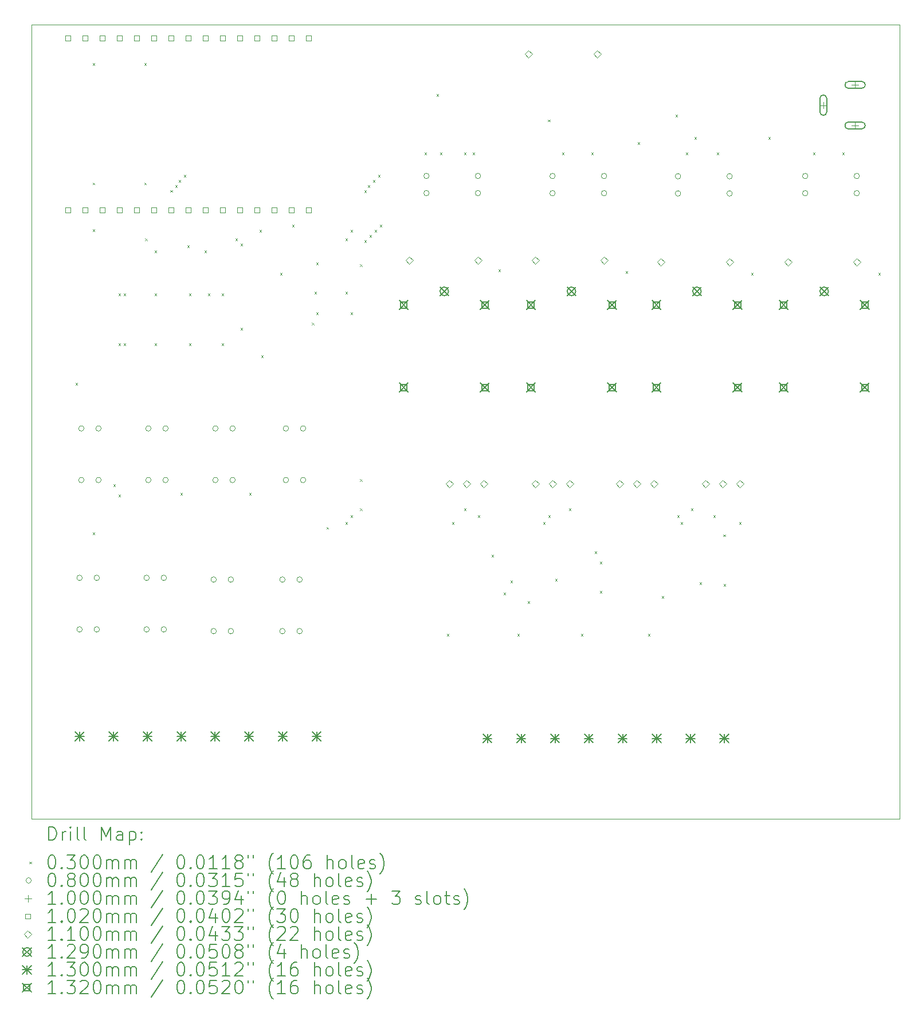
<source format=gbr>
%TF.GenerationSoftware,KiCad,Pcbnew,(6.0.9)*%
%TF.CreationDate,2022-12-14T18:51:54-08:00*%
%TF.ProjectId,halloween vending machine,68616c6c-6f77-4656-956e-2076656e6469,rev?*%
%TF.SameCoordinates,Original*%
%TF.FileFunction,Drillmap*%
%TF.FilePolarity,Positive*%
%FSLAX45Y45*%
G04 Gerber Fmt 4.5, Leading zero omitted, Abs format (unit mm)*
G04 Created by KiCad (PCBNEW (6.0.9)) date 2022-12-14 18:51:54*
%MOMM*%
%LPD*%
G01*
G04 APERTURE LIST*
%ADD10C,0.100000*%
%ADD11C,0.200000*%
%ADD12C,0.030000*%
%ADD13C,0.080000*%
%ADD14C,0.102000*%
%ADD15C,0.110000*%
%ADD16C,0.129000*%
%ADD17C,0.130000*%
%ADD18C,0.132000*%
G04 APERTURE END LIST*
D10*
X2108200Y-1981200D02*
X14935200Y-1981200D01*
X14935200Y-1981200D02*
X14935200Y-13716000D01*
X14935200Y-13716000D02*
X2108200Y-13716000D01*
X2108200Y-13716000D02*
X2108200Y-1981200D01*
D11*
D12*
X2753600Y-7274800D02*
X2783600Y-7304800D01*
X2783600Y-7274800D02*
X2753600Y-7304800D01*
X3007600Y-2550400D02*
X3037600Y-2580400D01*
X3037600Y-2550400D02*
X3007600Y-2580400D01*
X3007600Y-4315700D02*
X3037600Y-4345700D01*
X3037600Y-4315700D02*
X3007600Y-4345700D01*
X3007600Y-9484600D02*
X3037600Y-9514600D01*
X3037600Y-9484600D02*
X3007600Y-9514600D01*
X3009900Y-5003800D02*
X3039900Y-5033800D01*
X3039900Y-5003800D02*
X3009900Y-5033800D01*
X3312400Y-8773400D02*
X3342400Y-8803400D01*
X3342400Y-8773400D02*
X3312400Y-8803400D01*
X3388600Y-5954000D02*
X3418600Y-5984000D01*
X3418600Y-5954000D02*
X3388600Y-5984000D01*
X3388600Y-6690600D02*
X3418600Y-6720600D01*
X3418600Y-6690600D02*
X3388600Y-6720600D01*
X3388600Y-8925800D02*
X3418600Y-8955800D01*
X3418600Y-8925800D02*
X3388600Y-8955800D01*
X3464800Y-5954000D02*
X3494800Y-5984000D01*
X3494800Y-5954000D02*
X3464800Y-5984000D01*
X3464800Y-6690600D02*
X3494800Y-6720600D01*
X3494800Y-6690600D02*
X3464800Y-6720600D01*
X3769600Y-2550400D02*
X3799600Y-2580400D01*
X3799600Y-2550400D02*
X3769600Y-2580400D01*
X3769600Y-4315700D02*
X3799600Y-4345700D01*
X3799600Y-4315700D02*
X3769600Y-4345700D01*
X3782300Y-5141200D02*
X3812300Y-5171200D01*
X3812300Y-5141200D02*
X3782300Y-5171200D01*
X3922000Y-5319000D02*
X3952000Y-5349000D01*
X3952000Y-5319000D02*
X3922000Y-5349000D01*
X3922000Y-5954000D02*
X3952000Y-5984000D01*
X3952000Y-5954000D02*
X3922000Y-5984000D01*
X3922000Y-6690600D02*
X3952000Y-6720600D01*
X3952000Y-6690600D02*
X3922000Y-6720600D01*
X4154500Y-4426100D02*
X4184500Y-4456100D01*
X4184500Y-4426100D02*
X4154500Y-4456100D01*
X4226800Y-4353800D02*
X4256800Y-4383800D01*
X4256800Y-4353800D02*
X4226800Y-4383800D01*
X4277600Y-4277600D02*
X4307600Y-4307600D01*
X4307600Y-4277600D02*
X4277600Y-4307600D01*
X4303000Y-8900400D02*
X4333000Y-8930400D01*
X4333000Y-8900400D02*
X4303000Y-8930400D01*
X4353800Y-4201400D02*
X4383800Y-4231400D01*
X4383800Y-4201400D02*
X4353800Y-4231400D01*
X4404600Y-5242800D02*
X4434600Y-5272800D01*
X4434600Y-5242800D02*
X4404600Y-5272800D01*
X4430000Y-5954000D02*
X4460000Y-5984000D01*
X4460000Y-5954000D02*
X4430000Y-5984000D01*
X4430000Y-6690600D02*
X4460000Y-6720600D01*
X4460000Y-6690600D02*
X4430000Y-6720600D01*
X4658600Y-5319000D02*
X4688600Y-5349000D01*
X4688600Y-5319000D02*
X4658600Y-5349000D01*
X4709400Y-5954000D02*
X4739400Y-5984000D01*
X4739400Y-5954000D02*
X4709400Y-5984000D01*
X4912600Y-5954000D02*
X4942600Y-5984000D01*
X4942600Y-5954000D02*
X4912600Y-5984000D01*
X4912600Y-6690600D02*
X4942600Y-6720600D01*
X4942600Y-6690600D02*
X4912600Y-6720600D01*
X5115800Y-5141200D02*
X5145800Y-5171200D01*
X5145800Y-5141200D02*
X5115800Y-5171200D01*
X5192000Y-5217400D02*
X5222000Y-5247400D01*
X5222000Y-5217400D02*
X5192000Y-5247400D01*
X5192000Y-6462000D02*
X5222000Y-6492000D01*
X5222000Y-6462000D02*
X5192000Y-6492000D01*
X5319000Y-8900400D02*
X5349000Y-8930400D01*
X5349000Y-8900400D02*
X5319000Y-8930400D01*
X5471400Y-5014200D02*
X5501400Y-5044200D01*
X5501400Y-5014200D02*
X5471400Y-5044200D01*
X5496800Y-6868400D02*
X5526800Y-6898400D01*
X5526800Y-6868400D02*
X5496800Y-6898400D01*
X5776200Y-5649200D02*
X5806200Y-5679200D01*
X5806200Y-5649200D02*
X5776200Y-5679200D01*
X5954000Y-4938000D02*
X5984000Y-4968000D01*
X5984000Y-4938000D02*
X5954000Y-4968000D01*
X6246100Y-6385800D02*
X6276100Y-6415800D01*
X6276100Y-6385800D02*
X6246100Y-6415800D01*
X6284200Y-5928600D02*
X6314200Y-5958600D01*
X6314200Y-5928600D02*
X6284200Y-5958600D01*
X6309600Y-5496800D02*
X6339600Y-5526800D01*
X6339600Y-5496800D02*
X6309600Y-5526800D01*
X6309600Y-6233400D02*
X6339600Y-6263400D01*
X6339600Y-6233400D02*
X6309600Y-6263400D01*
X6462000Y-9403850D02*
X6492000Y-9433850D01*
X6492000Y-9403850D02*
X6462000Y-9433850D01*
X6741400Y-5141200D02*
X6771400Y-5171200D01*
X6771400Y-5141200D02*
X6741400Y-5171200D01*
X6741400Y-5928600D02*
X6771400Y-5958600D01*
X6771400Y-5928600D02*
X6741400Y-5958600D01*
X6741400Y-9332200D02*
X6771400Y-9362200D01*
X6771400Y-9332200D02*
X6741400Y-9362200D01*
X6817600Y-5014200D02*
X6847600Y-5044200D01*
X6847600Y-5014200D02*
X6817600Y-5044200D01*
X6817600Y-6233400D02*
X6847600Y-6263400D01*
X6847600Y-6233400D02*
X6817600Y-6263400D01*
X6817600Y-9230600D02*
X6847600Y-9260600D01*
X6847600Y-9230600D02*
X6817600Y-9260600D01*
X6957300Y-5522200D02*
X6987300Y-5552200D01*
X6987300Y-5522200D02*
X6957300Y-5552200D01*
X6957300Y-8697200D02*
X6987300Y-8727200D01*
X6987300Y-8697200D02*
X6957300Y-8727200D01*
X6957300Y-9129000D02*
X6987300Y-9159000D01*
X6987300Y-9129000D02*
X6957300Y-9159000D01*
X7020800Y-4430000D02*
X7050800Y-4460000D01*
X7050800Y-4430000D02*
X7020800Y-4460000D01*
X7020800Y-5166600D02*
X7050800Y-5196600D01*
X7050800Y-5166600D02*
X7020800Y-5196600D01*
X7071600Y-4353800D02*
X7101600Y-4383800D01*
X7101600Y-4353800D02*
X7071600Y-4383800D01*
X7097000Y-5090400D02*
X7127000Y-5120400D01*
X7127000Y-5090400D02*
X7097000Y-5120400D01*
X7147800Y-4277600D02*
X7177800Y-4307600D01*
X7177800Y-4277600D02*
X7147800Y-4307600D01*
X7173200Y-5014200D02*
X7203200Y-5044200D01*
X7203200Y-5014200D02*
X7173200Y-5044200D01*
X7224000Y-4201400D02*
X7254000Y-4231400D01*
X7254000Y-4201400D02*
X7224000Y-4231400D01*
X7249400Y-4938000D02*
X7279400Y-4968000D01*
X7279400Y-4938000D02*
X7249400Y-4968000D01*
X7909800Y-3871200D02*
X7939800Y-3901200D01*
X7939800Y-3871200D02*
X7909800Y-3901200D01*
X8087600Y-3007600D02*
X8117600Y-3037600D01*
X8117600Y-3007600D02*
X8087600Y-3037600D01*
X8138400Y-3871200D02*
X8168400Y-3901200D01*
X8168400Y-3871200D02*
X8138400Y-3901200D01*
X8240000Y-10983200D02*
X8270000Y-11013200D01*
X8270000Y-10983200D02*
X8240000Y-11013200D01*
X8316200Y-9332200D02*
X8346200Y-9362200D01*
X8346200Y-9332200D02*
X8316200Y-9362200D01*
X8494000Y-3871200D02*
X8524000Y-3901200D01*
X8524000Y-3871200D02*
X8494000Y-3901200D01*
X8494000Y-9129000D02*
X8524000Y-9159000D01*
X8524000Y-9129000D02*
X8494000Y-9159000D01*
X8621000Y-3871200D02*
X8651000Y-3901200D01*
X8651000Y-3871200D02*
X8621000Y-3901200D01*
X8697200Y-9230600D02*
X8727200Y-9260600D01*
X8727200Y-9230600D02*
X8697200Y-9260600D01*
X8900400Y-9814800D02*
X8930400Y-9844800D01*
X8930400Y-9814800D02*
X8900400Y-9844800D01*
X9002000Y-5598400D02*
X9032000Y-5628400D01*
X9032000Y-5598400D02*
X9002000Y-5628400D01*
X9078200Y-10373600D02*
X9108200Y-10403600D01*
X9108200Y-10373600D02*
X9078200Y-10403600D01*
X9179800Y-10195800D02*
X9209800Y-10225800D01*
X9209800Y-10195800D02*
X9179800Y-10225800D01*
X9281400Y-10983200D02*
X9311400Y-11013200D01*
X9311400Y-10983200D02*
X9281400Y-11013200D01*
X9433800Y-10500600D02*
X9463800Y-10530600D01*
X9463800Y-10500600D02*
X9433800Y-10530600D01*
X9662400Y-9332200D02*
X9692400Y-9362200D01*
X9692400Y-9332200D02*
X9662400Y-9362200D01*
X9735000Y-3385000D02*
X9765000Y-3415000D01*
X9765000Y-3385000D02*
X9735000Y-3415000D01*
X9738600Y-9230600D02*
X9768600Y-9260600D01*
X9768600Y-9230600D02*
X9738600Y-9260600D01*
X9840200Y-10170400D02*
X9870200Y-10200400D01*
X9870200Y-10170400D02*
X9840200Y-10200400D01*
X9941800Y-3871200D02*
X9971800Y-3901200D01*
X9971800Y-3871200D02*
X9941800Y-3901200D01*
X10043400Y-9129000D02*
X10073400Y-9159000D01*
X10073400Y-9129000D02*
X10043400Y-9159000D01*
X10221200Y-10983200D02*
X10251200Y-11013200D01*
X10251200Y-10983200D02*
X10221200Y-11013200D01*
X10373600Y-3871200D02*
X10403600Y-3901200D01*
X10403600Y-3871200D02*
X10373600Y-3901200D01*
X10424400Y-9764000D02*
X10454400Y-9794000D01*
X10454400Y-9764000D02*
X10424400Y-9794000D01*
X10500600Y-9916400D02*
X10530600Y-9946400D01*
X10530600Y-9916400D02*
X10500600Y-9946400D01*
X10500600Y-10348200D02*
X10530600Y-10378200D01*
X10530600Y-10348200D02*
X10500600Y-10378200D01*
X10881600Y-5623800D02*
X10911600Y-5653800D01*
X10911600Y-5623800D02*
X10881600Y-5653800D01*
X11059400Y-3718800D02*
X11089400Y-3748800D01*
X11089400Y-3718800D02*
X11059400Y-3748800D01*
X11211800Y-10983200D02*
X11241800Y-11013200D01*
X11241800Y-10983200D02*
X11211800Y-11013200D01*
X11415000Y-10424400D02*
X11445000Y-10454400D01*
X11445000Y-10424400D02*
X11415000Y-10454400D01*
X11618200Y-3312400D02*
X11648200Y-3342400D01*
X11648200Y-3312400D02*
X11618200Y-3342400D01*
X11643600Y-9230600D02*
X11673600Y-9260600D01*
X11673600Y-9230600D02*
X11643600Y-9260600D01*
X11694400Y-9332200D02*
X11724400Y-9362200D01*
X11724400Y-9332200D02*
X11694400Y-9362200D01*
X11770600Y-3871200D02*
X11800600Y-3901200D01*
X11800600Y-3871200D02*
X11770600Y-3901200D01*
X11846800Y-9129000D02*
X11876800Y-9159000D01*
X11876800Y-9129000D02*
X11846800Y-9159000D01*
X11897600Y-3642600D02*
X11927600Y-3672600D01*
X11927600Y-3642600D02*
X11897600Y-3672600D01*
X11973800Y-10221200D02*
X12003800Y-10251200D01*
X12003800Y-10221200D02*
X11973800Y-10251200D01*
X12177000Y-9230600D02*
X12207000Y-9260600D01*
X12207000Y-9230600D02*
X12177000Y-9260600D01*
X12227800Y-3871200D02*
X12257800Y-3901200D01*
X12257800Y-3871200D02*
X12227800Y-3901200D01*
X12326800Y-9512600D02*
X12356800Y-9542600D01*
X12356800Y-9512600D02*
X12326800Y-9542600D01*
X12329400Y-10246600D02*
X12359400Y-10276600D01*
X12359400Y-10246600D02*
X12329400Y-10276600D01*
X12558000Y-9332200D02*
X12588000Y-9362200D01*
X12588000Y-9332200D02*
X12558000Y-9362200D01*
X12735800Y-5649200D02*
X12765800Y-5679200D01*
X12765800Y-5649200D02*
X12735800Y-5679200D01*
X12989800Y-3642600D02*
X13019800Y-3672600D01*
X13019800Y-3642600D02*
X12989800Y-3672600D01*
X13650200Y-3871200D02*
X13680200Y-3901200D01*
X13680200Y-3871200D02*
X13650200Y-3901200D01*
X14082000Y-3871200D02*
X14112000Y-3901200D01*
X14112000Y-3871200D02*
X14082000Y-3901200D01*
X14615400Y-5649200D02*
X14645400Y-5679200D01*
X14645400Y-5649200D02*
X14615400Y-5679200D01*
D13*
X2854900Y-10153900D02*
G75*
G03*
X2854900Y-10153900I-40000J0D01*
G01*
X2854900Y-10915900D02*
G75*
G03*
X2854900Y-10915900I-40000J0D01*
G01*
X2881300Y-7946100D02*
G75*
G03*
X2881300Y-7946100I-40000J0D01*
G01*
X2881300Y-8708100D02*
G75*
G03*
X2881300Y-8708100I-40000J0D01*
G01*
X3108900Y-10153900D02*
G75*
G03*
X3108900Y-10153900I-40000J0D01*
G01*
X3108900Y-10915900D02*
G75*
G03*
X3108900Y-10915900I-40000J0D01*
G01*
X3135300Y-7946100D02*
G75*
G03*
X3135300Y-7946100I-40000J0D01*
G01*
X3135300Y-8708100D02*
G75*
G03*
X3135300Y-8708100I-40000J0D01*
G01*
X3845500Y-10153900D02*
G75*
G03*
X3845500Y-10153900I-40000J0D01*
G01*
X3845500Y-10915900D02*
G75*
G03*
X3845500Y-10915900I-40000J0D01*
G01*
X3871900Y-7946100D02*
G75*
G03*
X3871900Y-7946100I-40000J0D01*
G01*
X3871900Y-8708100D02*
G75*
G03*
X3871900Y-8708100I-40000J0D01*
G01*
X4099500Y-10153900D02*
G75*
G03*
X4099500Y-10153900I-40000J0D01*
G01*
X4099500Y-10915900D02*
G75*
G03*
X4099500Y-10915900I-40000J0D01*
G01*
X4125900Y-7946100D02*
G75*
G03*
X4125900Y-7946100I-40000J0D01*
G01*
X4125900Y-8708100D02*
G75*
G03*
X4125900Y-8708100I-40000J0D01*
G01*
X4836100Y-10179300D02*
G75*
G03*
X4836100Y-10179300I-40000J0D01*
G01*
X4836100Y-10941300D02*
G75*
G03*
X4836100Y-10941300I-40000J0D01*
G01*
X4862500Y-7946100D02*
G75*
G03*
X4862500Y-7946100I-40000J0D01*
G01*
X4862500Y-8708100D02*
G75*
G03*
X4862500Y-8708100I-40000J0D01*
G01*
X5090100Y-10179300D02*
G75*
G03*
X5090100Y-10179300I-40000J0D01*
G01*
X5090100Y-10941300D02*
G75*
G03*
X5090100Y-10941300I-40000J0D01*
G01*
X5116500Y-7946100D02*
G75*
G03*
X5116500Y-7946100I-40000J0D01*
G01*
X5116500Y-8708100D02*
G75*
G03*
X5116500Y-8708100I-40000J0D01*
G01*
X5852100Y-10179300D02*
G75*
G03*
X5852100Y-10179300I-40000J0D01*
G01*
X5852100Y-10941300D02*
G75*
G03*
X5852100Y-10941300I-40000J0D01*
G01*
X5903900Y-7946100D02*
G75*
G03*
X5903900Y-7946100I-40000J0D01*
G01*
X5903900Y-8708100D02*
G75*
G03*
X5903900Y-8708100I-40000J0D01*
G01*
X6106100Y-10179300D02*
G75*
G03*
X6106100Y-10179300I-40000J0D01*
G01*
X6106100Y-10941300D02*
G75*
G03*
X6106100Y-10941300I-40000J0D01*
G01*
X6157900Y-7946100D02*
G75*
G03*
X6157900Y-7946100I-40000J0D01*
G01*
X6157900Y-8708100D02*
G75*
G03*
X6157900Y-8708100I-40000J0D01*
G01*
X7980600Y-4216000D02*
G75*
G03*
X7980600Y-4216000I-40000J0D01*
G01*
X7980600Y-4470000D02*
G75*
G03*
X7980600Y-4470000I-40000J0D01*
G01*
X8742600Y-4216000D02*
G75*
G03*
X8742600Y-4216000I-40000J0D01*
G01*
X8742600Y-4470000D02*
G75*
G03*
X8742600Y-4470000I-40000J0D01*
G01*
X9843400Y-4216900D02*
G75*
G03*
X9843400Y-4216900I-40000J0D01*
G01*
X9843400Y-4470900D02*
G75*
G03*
X9843400Y-4470900I-40000J0D01*
G01*
X10605400Y-4216900D02*
G75*
G03*
X10605400Y-4216900I-40000J0D01*
G01*
X10605400Y-4470900D02*
G75*
G03*
X10605400Y-4470900I-40000J0D01*
G01*
X11697600Y-4219700D02*
G75*
G03*
X11697600Y-4219700I-40000J0D01*
G01*
X11697600Y-4473700D02*
G75*
G03*
X11697600Y-4473700I-40000J0D01*
G01*
X12459600Y-4219700D02*
G75*
G03*
X12459600Y-4219700I-40000J0D01*
G01*
X12459600Y-4473700D02*
G75*
G03*
X12459600Y-4473700I-40000J0D01*
G01*
X13577200Y-4216900D02*
G75*
G03*
X13577200Y-4216900I-40000J0D01*
G01*
X13577200Y-4470900D02*
G75*
G03*
X13577200Y-4470900I-40000J0D01*
G01*
X14339200Y-4216900D02*
G75*
G03*
X14339200Y-4216900I-40000J0D01*
G01*
X14339200Y-4470900D02*
G75*
G03*
X14339200Y-4470900I-40000J0D01*
G01*
D10*
X13804800Y-3120200D02*
X13804800Y-3220200D01*
X13754800Y-3170200D02*
X13854800Y-3170200D01*
D11*
X13754800Y-3070200D02*
X13754800Y-3270200D01*
X13854800Y-3070200D02*
X13854800Y-3270200D01*
X13754800Y-3270200D02*
G75*
G03*
X13854800Y-3270200I50000J0D01*
G01*
X13854800Y-3070200D02*
G75*
G03*
X13754800Y-3070200I-50000J0D01*
G01*
D10*
X14274800Y-2820200D02*
X14274800Y-2920200D01*
X14224800Y-2870200D02*
X14324800Y-2870200D01*
D11*
X14374800Y-2820200D02*
X14174800Y-2820200D01*
X14374800Y-2920200D02*
X14174800Y-2920200D01*
X14174800Y-2820200D02*
G75*
G03*
X14174800Y-2920200I0J-50000D01*
G01*
X14374800Y-2920200D02*
G75*
G03*
X14374800Y-2820200I0J50000D01*
G01*
D10*
X14274800Y-3420200D02*
X14274800Y-3520200D01*
X14224800Y-3470200D02*
X14324800Y-3470200D01*
D11*
X14374800Y-3420200D02*
X14174800Y-3420200D01*
X14374800Y-3520200D02*
X14174800Y-3520200D01*
X14174800Y-3420200D02*
G75*
G03*
X14174800Y-3520200I0J-50000D01*
G01*
X14374800Y-3520200D02*
G75*
G03*
X14374800Y-3420200I0J50000D01*
G01*
D14*
X2681563Y-2216063D02*
X2681563Y-2143937D01*
X2609437Y-2143937D01*
X2609437Y-2216063D01*
X2681563Y-2216063D01*
X2681563Y-4756063D02*
X2681563Y-4683937D01*
X2609437Y-4683937D01*
X2609437Y-4756063D01*
X2681563Y-4756063D01*
X2935563Y-2216063D02*
X2935563Y-2143937D01*
X2863437Y-2143937D01*
X2863437Y-2216063D01*
X2935563Y-2216063D01*
X2935563Y-4756063D02*
X2935563Y-4683937D01*
X2863437Y-4683937D01*
X2863437Y-4756063D01*
X2935563Y-4756063D01*
X3189563Y-2216063D02*
X3189563Y-2143937D01*
X3117437Y-2143937D01*
X3117437Y-2216063D01*
X3189563Y-2216063D01*
X3189563Y-4756063D02*
X3189563Y-4683937D01*
X3117437Y-4683937D01*
X3117437Y-4756063D01*
X3189563Y-4756063D01*
X3443563Y-2216063D02*
X3443563Y-2143937D01*
X3371437Y-2143937D01*
X3371437Y-2216063D01*
X3443563Y-2216063D01*
X3443563Y-4756063D02*
X3443563Y-4683937D01*
X3371437Y-4683937D01*
X3371437Y-4756063D01*
X3443563Y-4756063D01*
X3697563Y-2216063D02*
X3697563Y-2143937D01*
X3625437Y-2143937D01*
X3625437Y-2216063D01*
X3697563Y-2216063D01*
X3697563Y-4756063D02*
X3697563Y-4683937D01*
X3625437Y-4683937D01*
X3625437Y-4756063D01*
X3697563Y-4756063D01*
X3951563Y-2216063D02*
X3951563Y-2143937D01*
X3879437Y-2143937D01*
X3879437Y-2216063D01*
X3951563Y-2216063D01*
X3951563Y-4756063D02*
X3951563Y-4683937D01*
X3879437Y-4683937D01*
X3879437Y-4756063D01*
X3951563Y-4756063D01*
X4205563Y-2216063D02*
X4205563Y-2143937D01*
X4133437Y-2143937D01*
X4133437Y-2216063D01*
X4205563Y-2216063D01*
X4205563Y-4756063D02*
X4205563Y-4683937D01*
X4133437Y-4683937D01*
X4133437Y-4756063D01*
X4205563Y-4756063D01*
X4459563Y-2216063D02*
X4459563Y-2143937D01*
X4387437Y-2143937D01*
X4387437Y-2216063D01*
X4459563Y-2216063D01*
X4459563Y-4756063D02*
X4459563Y-4683937D01*
X4387437Y-4683937D01*
X4387437Y-4756063D01*
X4459563Y-4756063D01*
X4713563Y-2216063D02*
X4713563Y-2143937D01*
X4641437Y-2143937D01*
X4641437Y-2216063D01*
X4713563Y-2216063D01*
X4713563Y-4756063D02*
X4713563Y-4683937D01*
X4641437Y-4683937D01*
X4641437Y-4756063D01*
X4713563Y-4756063D01*
X4967563Y-2216063D02*
X4967563Y-2143937D01*
X4895437Y-2143937D01*
X4895437Y-2216063D01*
X4967563Y-2216063D01*
X4967563Y-4756063D02*
X4967563Y-4683937D01*
X4895437Y-4683937D01*
X4895437Y-4756063D01*
X4967563Y-4756063D01*
X5221563Y-2216063D02*
X5221563Y-2143937D01*
X5149437Y-2143937D01*
X5149437Y-2216063D01*
X5221563Y-2216063D01*
X5221563Y-4756063D02*
X5221563Y-4683937D01*
X5149437Y-4683937D01*
X5149437Y-4756063D01*
X5221563Y-4756063D01*
X5475563Y-2216063D02*
X5475563Y-2143937D01*
X5403437Y-2143937D01*
X5403437Y-2216063D01*
X5475563Y-2216063D01*
X5475563Y-4756063D02*
X5475563Y-4683937D01*
X5403437Y-4683937D01*
X5403437Y-4756063D01*
X5475563Y-4756063D01*
X5729563Y-2216063D02*
X5729563Y-2143937D01*
X5657437Y-2143937D01*
X5657437Y-2216063D01*
X5729563Y-2216063D01*
X5729563Y-4756063D02*
X5729563Y-4683937D01*
X5657437Y-4683937D01*
X5657437Y-4756063D01*
X5729563Y-4756063D01*
X5983563Y-2216063D02*
X5983563Y-2143937D01*
X5911437Y-2143937D01*
X5911437Y-2216063D01*
X5983563Y-2216063D01*
X5983563Y-4756063D02*
X5983563Y-4683937D01*
X5911437Y-4683937D01*
X5911437Y-4756063D01*
X5983563Y-4756063D01*
X6237563Y-2216063D02*
X6237563Y-2143937D01*
X6165437Y-2143937D01*
X6165437Y-2216063D01*
X6237563Y-2216063D01*
X6237563Y-4756063D02*
X6237563Y-4683937D01*
X6165437Y-4683937D01*
X6165437Y-4756063D01*
X6237563Y-4756063D01*
D15*
X7686600Y-5515600D02*
X7741600Y-5460600D01*
X7686600Y-5405600D01*
X7631600Y-5460600D01*
X7686600Y-5515600D01*
X8280400Y-8818000D02*
X8335400Y-8763000D01*
X8280400Y-8708000D01*
X8225400Y-8763000D01*
X8280400Y-8818000D01*
X8534400Y-8818000D02*
X8589400Y-8763000D01*
X8534400Y-8708000D01*
X8479400Y-8763000D01*
X8534400Y-8818000D01*
X8702600Y-5515600D02*
X8757600Y-5460600D01*
X8702600Y-5405600D01*
X8647600Y-5460600D01*
X8702600Y-5515600D01*
X8788400Y-8818000D02*
X8843400Y-8763000D01*
X8788400Y-8708000D01*
X8733400Y-8763000D01*
X8788400Y-8818000D01*
X9448800Y-2468000D02*
X9503800Y-2413000D01*
X9448800Y-2358000D01*
X9393800Y-2413000D01*
X9448800Y-2468000D01*
X9550400Y-5516000D02*
X9605400Y-5461000D01*
X9550400Y-5406000D01*
X9495400Y-5461000D01*
X9550400Y-5516000D01*
X9550400Y-8818000D02*
X9605400Y-8763000D01*
X9550400Y-8708000D01*
X9495400Y-8763000D01*
X9550400Y-8818000D01*
X9804400Y-8818000D02*
X9859400Y-8763000D01*
X9804400Y-8708000D01*
X9749400Y-8763000D01*
X9804400Y-8818000D01*
X10058400Y-8818000D02*
X10113400Y-8763000D01*
X10058400Y-8708000D01*
X10003400Y-8763000D01*
X10058400Y-8818000D01*
X10464800Y-2468000D02*
X10519800Y-2413000D01*
X10464800Y-2358000D01*
X10409800Y-2413000D01*
X10464800Y-2468000D01*
X10566400Y-5516000D02*
X10621400Y-5461000D01*
X10566400Y-5406000D01*
X10511400Y-5461000D01*
X10566400Y-5516000D01*
X10795000Y-8818000D02*
X10850000Y-8763000D01*
X10795000Y-8708000D01*
X10740000Y-8763000D01*
X10795000Y-8818000D01*
X11049000Y-8818000D02*
X11104000Y-8763000D01*
X11049000Y-8708000D01*
X10994000Y-8763000D01*
X11049000Y-8818000D01*
X11303000Y-8818000D02*
X11358000Y-8763000D01*
X11303000Y-8708000D01*
X11248000Y-8763000D01*
X11303000Y-8818000D01*
X11404600Y-5541400D02*
X11459600Y-5486400D01*
X11404600Y-5431400D01*
X11349600Y-5486400D01*
X11404600Y-5541400D01*
X12065000Y-8818000D02*
X12120000Y-8763000D01*
X12065000Y-8708000D01*
X12010000Y-8763000D01*
X12065000Y-8818000D01*
X12319000Y-8818000D02*
X12374000Y-8763000D01*
X12319000Y-8708000D01*
X12264000Y-8763000D01*
X12319000Y-8818000D01*
X12420600Y-5541400D02*
X12475600Y-5486400D01*
X12420600Y-5431400D01*
X12365600Y-5486400D01*
X12420600Y-5541400D01*
X12573000Y-8818000D02*
X12628000Y-8763000D01*
X12573000Y-8708000D01*
X12518000Y-8763000D01*
X12573000Y-8818000D01*
X13284200Y-5544200D02*
X13339200Y-5489200D01*
X13284200Y-5434200D01*
X13229200Y-5489200D01*
X13284200Y-5544200D01*
X14300200Y-5544200D02*
X14355200Y-5489200D01*
X14300200Y-5434200D01*
X14245200Y-5489200D01*
X14300200Y-5544200D01*
D16*
X8139700Y-5856500D02*
X8268700Y-5985500D01*
X8268700Y-5856500D02*
X8139700Y-5985500D01*
X8268700Y-5921000D02*
G75*
G03*
X8268700Y-5921000I-64500J0D01*
G01*
X10019300Y-5856500D02*
X10148300Y-5985500D01*
X10148300Y-5856500D02*
X10019300Y-5985500D01*
X10148300Y-5921000D02*
G75*
G03*
X10148300Y-5921000I-64500J0D01*
G01*
X11873500Y-5856500D02*
X12002500Y-5985500D01*
X12002500Y-5856500D02*
X11873500Y-5985500D01*
X12002500Y-5921000D02*
G75*
G03*
X12002500Y-5921000I-64500J0D01*
G01*
X13753100Y-5856500D02*
X13882100Y-5985500D01*
X13882100Y-5856500D02*
X13753100Y-5985500D01*
X13882100Y-5921000D02*
G75*
G03*
X13882100Y-5921000I-64500J0D01*
G01*
D17*
X2753000Y-12431800D02*
X2883000Y-12561800D01*
X2883000Y-12431800D02*
X2753000Y-12561800D01*
X2818000Y-12431800D02*
X2818000Y-12561800D01*
X2753000Y-12496800D02*
X2883000Y-12496800D01*
X3253000Y-12431800D02*
X3383000Y-12561800D01*
X3383000Y-12431800D02*
X3253000Y-12561800D01*
X3318000Y-12431800D02*
X3318000Y-12561800D01*
X3253000Y-12496800D02*
X3383000Y-12496800D01*
X3753000Y-12431800D02*
X3883000Y-12561800D01*
X3883000Y-12431800D02*
X3753000Y-12561800D01*
X3818000Y-12431800D02*
X3818000Y-12561800D01*
X3753000Y-12496800D02*
X3883000Y-12496800D01*
X4253000Y-12431800D02*
X4383000Y-12561800D01*
X4383000Y-12431800D02*
X4253000Y-12561800D01*
X4318000Y-12431800D02*
X4318000Y-12561800D01*
X4253000Y-12496800D02*
X4383000Y-12496800D01*
X4753000Y-12431800D02*
X4883000Y-12561800D01*
X4883000Y-12431800D02*
X4753000Y-12561800D01*
X4818000Y-12431800D02*
X4818000Y-12561800D01*
X4753000Y-12496800D02*
X4883000Y-12496800D01*
X5253000Y-12431800D02*
X5383000Y-12561800D01*
X5383000Y-12431800D02*
X5253000Y-12561800D01*
X5318000Y-12431800D02*
X5318000Y-12561800D01*
X5253000Y-12496800D02*
X5383000Y-12496800D01*
X5753000Y-12431800D02*
X5883000Y-12561800D01*
X5883000Y-12431800D02*
X5753000Y-12561800D01*
X5818000Y-12431800D02*
X5818000Y-12561800D01*
X5753000Y-12496800D02*
X5883000Y-12496800D01*
X6253000Y-12431800D02*
X6383000Y-12561800D01*
X6383000Y-12431800D02*
X6253000Y-12561800D01*
X6318000Y-12431800D02*
X6318000Y-12561800D01*
X6253000Y-12496800D02*
X6383000Y-12496800D01*
X8776800Y-12462300D02*
X8906800Y-12592300D01*
X8906800Y-12462300D02*
X8776800Y-12592300D01*
X8841800Y-12462300D02*
X8841800Y-12592300D01*
X8776800Y-12527300D02*
X8906800Y-12527300D01*
X9276800Y-12462300D02*
X9406800Y-12592300D01*
X9406800Y-12462300D02*
X9276800Y-12592300D01*
X9341800Y-12462300D02*
X9341800Y-12592300D01*
X9276800Y-12527300D02*
X9406800Y-12527300D01*
X9776800Y-12462300D02*
X9906800Y-12592300D01*
X9906800Y-12462300D02*
X9776800Y-12592300D01*
X9841800Y-12462300D02*
X9841800Y-12592300D01*
X9776800Y-12527300D02*
X9906800Y-12527300D01*
X10276800Y-12462300D02*
X10406800Y-12592300D01*
X10406800Y-12462300D02*
X10276800Y-12592300D01*
X10341800Y-12462300D02*
X10341800Y-12592300D01*
X10276800Y-12527300D02*
X10406800Y-12527300D01*
X10776800Y-12462300D02*
X10906800Y-12592300D01*
X10906800Y-12462300D02*
X10776800Y-12592300D01*
X10841800Y-12462300D02*
X10841800Y-12592300D01*
X10776800Y-12527300D02*
X10906800Y-12527300D01*
X11276800Y-12462300D02*
X11406800Y-12592300D01*
X11406800Y-12462300D02*
X11276800Y-12592300D01*
X11341800Y-12462300D02*
X11341800Y-12592300D01*
X11276800Y-12527300D02*
X11406800Y-12527300D01*
X11776800Y-12462300D02*
X11906800Y-12592300D01*
X11906800Y-12462300D02*
X11776800Y-12592300D01*
X11841800Y-12462300D02*
X11841800Y-12592300D01*
X11776800Y-12527300D02*
X11906800Y-12527300D01*
X12276800Y-12462300D02*
X12406800Y-12592300D01*
X12406800Y-12462300D02*
X12276800Y-12592300D01*
X12341800Y-12462300D02*
X12341800Y-12592300D01*
X12276800Y-12527300D02*
X12406800Y-12527300D01*
D18*
X7538200Y-6055000D02*
X7670200Y-6187000D01*
X7670200Y-6055000D02*
X7538200Y-6187000D01*
X7650869Y-6167669D02*
X7650869Y-6074330D01*
X7557530Y-6074330D01*
X7557530Y-6167669D01*
X7650869Y-6167669D01*
X7538200Y-7275000D02*
X7670200Y-7407000D01*
X7670200Y-7275000D02*
X7538200Y-7407000D01*
X7650869Y-7387669D02*
X7650869Y-7294330D01*
X7557530Y-7294330D01*
X7557530Y-7387669D01*
X7650869Y-7387669D01*
X8738200Y-6055000D02*
X8870200Y-6187000D01*
X8870200Y-6055000D02*
X8738200Y-6187000D01*
X8850870Y-6167669D02*
X8850870Y-6074330D01*
X8757531Y-6074330D01*
X8757531Y-6167669D01*
X8850870Y-6167669D01*
X8738200Y-7275000D02*
X8870200Y-7407000D01*
X8870200Y-7275000D02*
X8738200Y-7407000D01*
X8850870Y-7387669D02*
X8850870Y-7294330D01*
X8757531Y-7294330D01*
X8757531Y-7387669D01*
X8850870Y-7387669D01*
X9417800Y-6055000D02*
X9549800Y-6187000D01*
X9549800Y-6055000D02*
X9417800Y-6187000D01*
X9530470Y-6167669D02*
X9530470Y-6074330D01*
X9437131Y-6074330D01*
X9437131Y-6167669D01*
X9530470Y-6167669D01*
X9417800Y-7275000D02*
X9549800Y-7407000D01*
X9549800Y-7275000D02*
X9417800Y-7407000D01*
X9530470Y-7387669D02*
X9530470Y-7294330D01*
X9437131Y-7294330D01*
X9437131Y-7387669D01*
X9530470Y-7387669D01*
X10617800Y-6055000D02*
X10749800Y-6187000D01*
X10749800Y-6055000D02*
X10617800Y-6187000D01*
X10730470Y-6167669D02*
X10730470Y-6074330D01*
X10637131Y-6074330D01*
X10637131Y-6167669D01*
X10730470Y-6167669D01*
X10617800Y-7275000D02*
X10749800Y-7407000D01*
X10749800Y-7275000D02*
X10617800Y-7407000D01*
X10730470Y-7387669D02*
X10730470Y-7294330D01*
X10637131Y-7294330D01*
X10637131Y-7387669D01*
X10730470Y-7387669D01*
X11272000Y-6055000D02*
X11404000Y-6187000D01*
X11404000Y-6055000D02*
X11272000Y-6187000D01*
X11384669Y-6167669D02*
X11384669Y-6074330D01*
X11291330Y-6074330D01*
X11291330Y-6167669D01*
X11384669Y-6167669D01*
X11272000Y-7275000D02*
X11404000Y-7407000D01*
X11404000Y-7275000D02*
X11272000Y-7407000D01*
X11384669Y-7387669D02*
X11384669Y-7294330D01*
X11291330Y-7294330D01*
X11291330Y-7387669D01*
X11384669Y-7387669D01*
X12472000Y-6055000D02*
X12604000Y-6187000D01*
X12604000Y-6055000D02*
X12472000Y-6187000D01*
X12584669Y-6167669D02*
X12584669Y-6074330D01*
X12491330Y-6074330D01*
X12491330Y-6167669D01*
X12584669Y-6167669D01*
X12472000Y-7275000D02*
X12604000Y-7407000D01*
X12604000Y-7275000D02*
X12472000Y-7407000D01*
X12584669Y-7387669D02*
X12584669Y-7294330D01*
X12491330Y-7294330D01*
X12491330Y-7387669D01*
X12584669Y-7387669D01*
X13151600Y-6055000D02*
X13283600Y-6187000D01*
X13283600Y-6055000D02*
X13151600Y-6187000D01*
X13264269Y-6167669D02*
X13264269Y-6074330D01*
X13170930Y-6074330D01*
X13170930Y-6167669D01*
X13264269Y-6167669D01*
X13151600Y-7275000D02*
X13283600Y-7407000D01*
X13283600Y-7275000D02*
X13151600Y-7407000D01*
X13264269Y-7387669D02*
X13264269Y-7294330D01*
X13170930Y-7294330D01*
X13170930Y-7387669D01*
X13264269Y-7387669D01*
X14351600Y-6055000D02*
X14483600Y-6187000D01*
X14483600Y-6055000D02*
X14351600Y-6187000D01*
X14464269Y-6167669D02*
X14464269Y-6074330D01*
X14370930Y-6074330D01*
X14370930Y-6167669D01*
X14464269Y-6167669D01*
X14351600Y-7275000D02*
X14483600Y-7407000D01*
X14483600Y-7275000D02*
X14351600Y-7407000D01*
X14464269Y-7387669D02*
X14464269Y-7294330D01*
X14370930Y-7294330D01*
X14370930Y-7387669D01*
X14464269Y-7387669D01*
D11*
X2360819Y-14031476D02*
X2360819Y-13831476D01*
X2408438Y-13831476D01*
X2437010Y-13841000D01*
X2456057Y-13860048D01*
X2465581Y-13879095D01*
X2475105Y-13917190D01*
X2475105Y-13945762D01*
X2465581Y-13983857D01*
X2456057Y-14002905D01*
X2437010Y-14021952D01*
X2408438Y-14031476D01*
X2360819Y-14031476D01*
X2560819Y-14031476D02*
X2560819Y-13898143D01*
X2560819Y-13936238D02*
X2570343Y-13917190D01*
X2579867Y-13907667D01*
X2598914Y-13898143D01*
X2617962Y-13898143D01*
X2684629Y-14031476D02*
X2684629Y-13898143D01*
X2684629Y-13831476D02*
X2675105Y-13841000D01*
X2684629Y-13850524D01*
X2694152Y-13841000D01*
X2684629Y-13831476D01*
X2684629Y-13850524D01*
X2808438Y-14031476D02*
X2789390Y-14021952D01*
X2779867Y-14002905D01*
X2779867Y-13831476D01*
X2913200Y-14031476D02*
X2894152Y-14021952D01*
X2884628Y-14002905D01*
X2884628Y-13831476D01*
X3141771Y-14031476D02*
X3141771Y-13831476D01*
X3208438Y-13974333D01*
X3275105Y-13831476D01*
X3275105Y-14031476D01*
X3456057Y-14031476D02*
X3456057Y-13926714D01*
X3446533Y-13907667D01*
X3427486Y-13898143D01*
X3389390Y-13898143D01*
X3370343Y-13907667D01*
X3456057Y-14021952D02*
X3437009Y-14031476D01*
X3389390Y-14031476D01*
X3370343Y-14021952D01*
X3360819Y-14002905D01*
X3360819Y-13983857D01*
X3370343Y-13964809D01*
X3389390Y-13955286D01*
X3437009Y-13955286D01*
X3456057Y-13945762D01*
X3551295Y-13898143D02*
X3551295Y-14098143D01*
X3551295Y-13907667D02*
X3570343Y-13898143D01*
X3608438Y-13898143D01*
X3627486Y-13907667D01*
X3637009Y-13917190D01*
X3646533Y-13936238D01*
X3646533Y-13993381D01*
X3637009Y-14012428D01*
X3627486Y-14021952D01*
X3608438Y-14031476D01*
X3570343Y-14031476D01*
X3551295Y-14021952D01*
X3732248Y-14012428D02*
X3741771Y-14021952D01*
X3732248Y-14031476D01*
X3722724Y-14021952D01*
X3732248Y-14012428D01*
X3732248Y-14031476D01*
X3732248Y-13907667D02*
X3741771Y-13917190D01*
X3732248Y-13926714D01*
X3722724Y-13917190D01*
X3732248Y-13907667D01*
X3732248Y-13926714D01*
D12*
X2073200Y-14346000D02*
X2103200Y-14376000D01*
X2103200Y-14346000D02*
X2073200Y-14376000D01*
D11*
X2398914Y-14251476D02*
X2417962Y-14251476D01*
X2437010Y-14261000D01*
X2446533Y-14270524D01*
X2456057Y-14289571D01*
X2465581Y-14327667D01*
X2465581Y-14375286D01*
X2456057Y-14413381D01*
X2446533Y-14432428D01*
X2437010Y-14441952D01*
X2417962Y-14451476D01*
X2398914Y-14451476D01*
X2379867Y-14441952D01*
X2370343Y-14432428D01*
X2360819Y-14413381D01*
X2351295Y-14375286D01*
X2351295Y-14327667D01*
X2360819Y-14289571D01*
X2370343Y-14270524D01*
X2379867Y-14261000D01*
X2398914Y-14251476D01*
X2551295Y-14432428D02*
X2560819Y-14441952D01*
X2551295Y-14451476D01*
X2541771Y-14441952D01*
X2551295Y-14432428D01*
X2551295Y-14451476D01*
X2627486Y-14251476D02*
X2751295Y-14251476D01*
X2684629Y-14327667D01*
X2713200Y-14327667D01*
X2732248Y-14337190D01*
X2741771Y-14346714D01*
X2751295Y-14365762D01*
X2751295Y-14413381D01*
X2741771Y-14432428D01*
X2732248Y-14441952D01*
X2713200Y-14451476D01*
X2656057Y-14451476D01*
X2637010Y-14441952D01*
X2627486Y-14432428D01*
X2875105Y-14251476D02*
X2894152Y-14251476D01*
X2913200Y-14261000D01*
X2922724Y-14270524D01*
X2932248Y-14289571D01*
X2941771Y-14327667D01*
X2941771Y-14375286D01*
X2932248Y-14413381D01*
X2922724Y-14432428D01*
X2913200Y-14441952D01*
X2894152Y-14451476D01*
X2875105Y-14451476D01*
X2856057Y-14441952D01*
X2846533Y-14432428D01*
X2837009Y-14413381D01*
X2827486Y-14375286D01*
X2827486Y-14327667D01*
X2837009Y-14289571D01*
X2846533Y-14270524D01*
X2856057Y-14261000D01*
X2875105Y-14251476D01*
X3065581Y-14251476D02*
X3084628Y-14251476D01*
X3103676Y-14261000D01*
X3113200Y-14270524D01*
X3122724Y-14289571D01*
X3132248Y-14327667D01*
X3132248Y-14375286D01*
X3122724Y-14413381D01*
X3113200Y-14432428D01*
X3103676Y-14441952D01*
X3084628Y-14451476D01*
X3065581Y-14451476D01*
X3046533Y-14441952D01*
X3037009Y-14432428D01*
X3027486Y-14413381D01*
X3017962Y-14375286D01*
X3017962Y-14327667D01*
X3027486Y-14289571D01*
X3037009Y-14270524D01*
X3046533Y-14261000D01*
X3065581Y-14251476D01*
X3217962Y-14451476D02*
X3217962Y-14318143D01*
X3217962Y-14337190D02*
X3227486Y-14327667D01*
X3246533Y-14318143D01*
X3275105Y-14318143D01*
X3294152Y-14327667D01*
X3303676Y-14346714D01*
X3303676Y-14451476D01*
X3303676Y-14346714D02*
X3313200Y-14327667D01*
X3332248Y-14318143D01*
X3360819Y-14318143D01*
X3379867Y-14327667D01*
X3389390Y-14346714D01*
X3389390Y-14451476D01*
X3484628Y-14451476D02*
X3484628Y-14318143D01*
X3484628Y-14337190D02*
X3494152Y-14327667D01*
X3513200Y-14318143D01*
X3541771Y-14318143D01*
X3560819Y-14327667D01*
X3570343Y-14346714D01*
X3570343Y-14451476D01*
X3570343Y-14346714D02*
X3579867Y-14327667D01*
X3598914Y-14318143D01*
X3627486Y-14318143D01*
X3646533Y-14327667D01*
X3656057Y-14346714D01*
X3656057Y-14451476D01*
X4046533Y-14241952D02*
X3875105Y-14499095D01*
X4303676Y-14251476D02*
X4322724Y-14251476D01*
X4341771Y-14261000D01*
X4351295Y-14270524D01*
X4360819Y-14289571D01*
X4370343Y-14327667D01*
X4370343Y-14375286D01*
X4360819Y-14413381D01*
X4351295Y-14432428D01*
X4341771Y-14441952D01*
X4322724Y-14451476D01*
X4303676Y-14451476D01*
X4284629Y-14441952D01*
X4275105Y-14432428D01*
X4265581Y-14413381D01*
X4256057Y-14375286D01*
X4256057Y-14327667D01*
X4265581Y-14289571D01*
X4275105Y-14270524D01*
X4284629Y-14261000D01*
X4303676Y-14251476D01*
X4456057Y-14432428D02*
X4465581Y-14441952D01*
X4456057Y-14451476D01*
X4446533Y-14441952D01*
X4456057Y-14432428D01*
X4456057Y-14451476D01*
X4589390Y-14251476D02*
X4608438Y-14251476D01*
X4627486Y-14261000D01*
X4637010Y-14270524D01*
X4646533Y-14289571D01*
X4656057Y-14327667D01*
X4656057Y-14375286D01*
X4646533Y-14413381D01*
X4637010Y-14432428D01*
X4627486Y-14441952D01*
X4608438Y-14451476D01*
X4589390Y-14451476D01*
X4570343Y-14441952D01*
X4560819Y-14432428D01*
X4551295Y-14413381D01*
X4541771Y-14375286D01*
X4541771Y-14327667D01*
X4551295Y-14289571D01*
X4560819Y-14270524D01*
X4570343Y-14261000D01*
X4589390Y-14251476D01*
X4846533Y-14451476D02*
X4732248Y-14451476D01*
X4789390Y-14451476D02*
X4789390Y-14251476D01*
X4770343Y-14280048D01*
X4751295Y-14299095D01*
X4732248Y-14308619D01*
X5037010Y-14451476D02*
X4922724Y-14451476D01*
X4979867Y-14451476D02*
X4979867Y-14251476D01*
X4960819Y-14280048D01*
X4941771Y-14299095D01*
X4922724Y-14308619D01*
X5151295Y-14337190D02*
X5132248Y-14327667D01*
X5122724Y-14318143D01*
X5113200Y-14299095D01*
X5113200Y-14289571D01*
X5122724Y-14270524D01*
X5132248Y-14261000D01*
X5151295Y-14251476D01*
X5189390Y-14251476D01*
X5208438Y-14261000D01*
X5217962Y-14270524D01*
X5227486Y-14289571D01*
X5227486Y-14299095D01*
X5217962Y-14318143D01*
X5208438Y-14327667D01*
X5189390Y-14337190D01*
X5151295Y-14337190D01*
X5132248Y-14346714D01*
X5122724Y-14356238D01*
X5113200Y-14375286D01*
X5113200Y-14413381D01*
X5122724Y-14432428D01*
X5132248Y-14441952D01*
X5151295Y-14451476D01*
X5189390Y-14451476D01*
X5208438Y-14441952D01*
X5217962Y-14432428D01*
X5227486Y-14413381D01*
X5227486Y-14375286D01*
X5217962Y-14356238D01*
X5208438Y-14346714D01*
X5189390Y-14337190D01*
X5303676Y-14251476D02*
X5303676Y-14289571D01*
X5379867Y-14251476D02*
X5379867Y-14289571D01*
X5675105Y-14527667D02*
X5665581Y-14518143D01*
X5646533Y-14489571D01*
X5637009Y-14470524D01*
X5627486Y-14441952D01*
X5617962Y-14394333D01*
X5617962Y-14356238D01*
X5627486Y-14308619D01*
X5637009Y-14280048D01*
X5646533Y-14261000D01*
X5665581Y-14232428D01*
X5675105Y-14222905D01*
X5856057Y-14451476D02*
X5741771Y-14451476D01*
X5798914Y-14451476D02*
X5798914Y-14251476D01*
X5779867Y-14280048D01*
X5760819Y-14299095D01*
X5741771Y-14308619D01*
X5979867Y-14251476D02*
X5998914Y-14251476D01*
X6017962Y-14261000D01*
X6027486Y-14270524D01*
X6037009Y-14289571D01*
X6046533Y-14327667D01*
X6046533Y-14375286D01*
X6037009Y-14413381D01*
X6027486Y-14432428D01*
X6017962Y-14441952D01*
X5998914Y-14451476D01*
X5979867Y-14451476D01*
X5960819Y-14441952D01*
X5951295Y-14432428D01*
X5941771Y-14413381D01*
X5932248Y-14375286D01*
X5932248Y-14327667D01*
X5941771Y-14289571D01*
X5951295Y-14270524D01*
X5960819Y-14261000D01*
X5979867Y-14251476D01*
X6217962Y-14251476D02*
X6179867Y-14251476D01*
X6160819Y-14261000D01*
X6151295Y-14270524D01*
X6132248Y-14299095D01*
X6122724Y-14337190D01*
X6122724Y-14413381D01*
X6132248Y-14432428D01*
X6141771Y-14441952D01*
X6160819Y-14451476D01*
X6198914Y-14451476D01*
X6217962Y-14441952D01*
X6227486Y-14432428D01*
X6237009Y-14413381D01*
X6237009Y-14365762D01*
X6227486Y-14346714D01*
X6217962Y-14337190D01*
X6198914Y-14327667D01*
X6160819Y-14327667D01*
X6141771Y-14337190D01*
X6132248Y-14346714D01*
X6122724Y-14365762D01*
X6475105Y-14451476D02*
X6475105Y-14251476D01*
X6560819Y-14451476D02*
X6560819Y-14346714D01*
X6551295Y-14327667D01*
X6532248Y-14318143D01*
X6503676Y-14318143D01*
X6484628Y-14327667D01*
X6475105Y-14337190D01*
X6684628Y-14451476D02*
X6665581Y-14441952D01*
X6656057Y-14432428D01*
X6646533Y-14413381D01*
X6646533Y-14356238D01*
X6656057Y-14337190D01*
X6665581Y-14327667D01*
X6684628Y-14318143D01*
X6713200Y-14318143D01*
X6732248Y-14327667D01*
X6741771Y-14337190D01*
X6751295Y-14356238D01*
X6751295Y-14413381D01*
X6741771Y-14432428D01*
X6732248Y-14441952D01*
X6713200Y-14451476D01*
X6684628Y-14451476D01*
X6865581Y-14451476D02*
X6846533Y-14441952D01*
X6837009Y-14422905D01*
X6837009Y-14251476D01*
X7017962Y-14441952D02*
X6998914Y-14451476D01*
X6960819Y-14451476D01*
X6941771Y-14441952D01*
X6932248Y-14422905D01*
X6932248Y-14346714D01*
X6941771Y-14327667D01*
X6960819Y-14318143D01*
X6998914Y-14318143D01*
X7017962Y-14327667D01*
X7027486Y-14346714D01*
X7027486Y-14365762D01*
X6932248Y-14384809D01*
X7103676Y-14441952D02*
X7122724Y-14451476D01*
X7160819Y-14451476D01*
X7179867Y-14441952D01*
X7189390Y-14422905D01*
X7189390Y-14413381D01*
X7179867Y-14394333D01*
X7160819Y-14384809D01*
X7132248Y-14384809D01*
X7113200Y-14375286D01*
X7103676Y-14356238D01*
X7103676Y-14346714D01*
X7113200Y-14327667D01*
X7132248Y-14318143D01*
X7160819Y-14318143D01*
X7179867Y-14327667D01*
X7256057Y-14527667D02*
X7265581Y-14518143D01*
X7284628Y-14489571D01*
X7294152Y-14470524D01*
X7303676Y-14441952D01*
X7313200Y-14394333D01*
X7313200Y-14356238D01*
X7303676Y-14308619D01*
X7294152Y-14280048D01*
X7284628Y-14261000D01*
X7265581Y-14232428D01*
X7256057Y-14222905D01*
D13*
X2103200Y-14625000D02*
G75*
G03*
X2103200Y-14625000I-40000J0D01*
G01*
D11*
X2398914Y-14515476D02*
X2417962Y-14515476D01*
X2437010Y-14525000D01*
X2446533Y-14534524D01*
X2456057Y-14553571D01*
X2465581Y-14591667D01*
X2465581Y-14639286D01*
X2456057Y-14677381D01*
X2446533Y-14696428D01*
X2437010Y-14705952D01*
X2417962Y-14715476D01*
X2398914Y-14715476D01*
X2379867Y-14705952D01*
X2370343Y-14696428D01*
X2360819Y-14677381D01*
X2351295Y-14639286D01*
X2351295Y-14591667D01*
X2360819Y-14553571D01*
X2370343Y-14534524D01*
X2379867Y-14525000D01*
X2398914Y-14515476D01*
X2551295Y-14696428D02*
X2560819Y-14705952D01*
X2551295Y-14715476D01*
X2541771Y-14705952D01*
X2551295Y-14696428D01*
X2551295Y-14715476D01*
X2675105Y-14601190D02*
X2656057Y-14591667D01*
X2646533Y-14582143D01*
X2637010Y-14563095D01*
X2637010Y-14553571D01*
X2646533Y-14534524D01*
X2656057Y-14525000D01*
X2675105Y-14515476D01*
X2713200Y-14515476D01*
X2732248Y-14525000D01*
X2741771Y-14534524D01*
X2751295Y-14553571D01*
X2751295Y-14563095D01*
X2741771Y-14582143D01*
X2732248Y-14591667D01*
X2713200Y-14601190D01*
X2675105Y-14601190D01*
X2656057Y-14610714D01*
X2646533Y-14620238D01*
X2637010Y-14639286D01*
X2637010Y-14677381D01*
X2646533Y-14696428D01*
X2656057Y-14705952D01*
X2675105Y-14715476D01*
X2713200Y-14715476D01*
X2732248Y-14705952D01*
X2741771Y-14696428D01*
X2751295Y-14677381D01*
X2751295Y-14639286D01*
X2741771Y-14620238D01*
X2732248Y-14610714D01*
X2713200Y-14601190D01*
X2875105Y-14515476D02*
X2894152Y-14515476D01*
X2913200Y-14525000D01*
X2922724Y-14534524D01*
X2932248Y-14553571D01*
X2941771Y-14591667D01*
X2941771Y-14639286D01*
X2932248Y-14677381D01*
X2922724Y-14696428D01*
X2913200Y-14705952D01*
X2894152Y-14715476D01*
X2875105Y-14715476D01*
X2856057Y-14705952D01*
X2846533Y-14696428D01*
X2837009Y-14677381D01*
X2827486Y-14639286D01*
X2827486Y-14591667D01*
X2837009Y-14553571D01*
X2846533Y-14534524D01*
X2856057Y-14525000D01*
X2875105Y-14515476D01*
X3065581Y-14515476D02*
X3084628Y-14515476D01*
X3103676Y-14525000D01*
X3113200Y-14534524D01*
X3122724Y-14553571D01*
X3132248Y-14591667D01*
X3132248Y-14639286D01*
X3122724Y-14677381D01*
X3113200Y-14696428D01*
X3103676Y-14705952D01*
X3084628Y-14715476D01*
X3065581Y-14715476D01*
X3046533Y-14705952D01*
X3037009Y-14696428D01*
X3027486Y-14677381D01*
X3017962Y-14639286D01*
X3017962Y-14591667D01*
X3027486Y-14553571D01*
X3037009Y-14534524D01*
X3046533Y-14525000D01*
X3065581Y-14515476D01*
X3217962Y-14715476D02*
X3217962Y-14582143D01*
X3217962Y-14601190D02*
X3227486Y-14591667D01*
X3246533Y-14582143D01*
X3275105Y-14582143D01*
X3294152Y-14591667D01*
X3303676Y-14610714D01*
X3303676Y-14715476D01*
X3303676Y-14610714D02*
X3313200Y-14591667D01*
X3332248Y-14582143D01*
X3360819Y-14582143D01*
X3379867Y-14591667D01*
X3389390Y-14610714D01*
X3389390Y-14715476D01*
X3484628Y-14715476D02*
X3484628Y-14582143D01*
X3484628Y-14601190D02*
X3494152Y-14591667D01*
X3513200Y-14582143D01*
X3541771Y-14582143D01*
X3560819Y-14591667D01*
X3570343Y-14610714D01*
X3570343Y-14715476D01*
X3570343Y-14610714D02*
X3579867Y-14591667D01*
X3598914Y-14582143D01*
X3627486Y-14582143D01*
X3646533Y-14591667D01*
X3656057Y-14610714D01*
X3656057Y-14715476D01*
X4046533Y-14505952D02*
X3875105Y-14763095D01*
X4303676Y-14515476D02*
X4322724Y-14515476D01*
X4341771Y-14525000D01*
X4351295Y-14534524D01*
X4360819Y-14553571D01*
X4370343Y-14591667D01*
X4370343Y-14639286D01*
X4360819Y-14677381D01*
X4351295Y-14696428D01*
X4341771Y-14705952D01*
X4322724Y-14715476D01*
X4303676Y-14715476D01*
X4284629Y-14705952D01*
X4275105Y-14696428D01*
X4265581Y-14677381D01*
X4256057Y-14639286D01*
X4256057Y-14591667D01*
X4265581Y-14553571D01*
X4275105Y-14534524D01*
X4284629Y-14525000D01*
X4303676Y-14515476D01*
X4456057Y-14696428D02*
X4465581Y-14705952D01*
X4456057Y-14715476D01*
X4446533Y-14705952D01*
X4456057Y-14696428D01*
X4456057Y-14715476D01*
X4589390Y-14515476D02*
X4608438Y-14515476D01*
X4627486Y-14525000D01*
X4637010Y-14534524D01*
X4646533Y-14553571D01*
X4656057Y-14591667D01*
X4656057Y-14639286D01*
X4646533Y-14677381D01*
X4637010Y-14696428D01*
X4627486Y-14705952D01*
X4608438Y-14715476D01*
X4589390Y-14715476D01*
X4570343Y-14705952D01*
X4560819Y-14696428D01*
X4551295Y-14677381D01*
X4541771Y-14639286D01*
X4541771Y-14591667D01*
X4551295Y-14553571D01*
X4560819Y-14534524D01*
X4570343Y-14525000D01*
X4589390Y-14515476D01*
X4722724Y-14515476D02*
X4846533Y-14515476D01*
X4779867Y-14591667D01*
X4808438Y-14591667D01*
X4827486Y-14601190D01*
X4837010Y-14610714D01*
X4846533Y-14629762D01*
X4846533Y-14677381D01*
X4837010Y-14696428D01*
X4827486Y-14705952D01*
X4808438Y-14715476D01*
X4751295Y-14715476D01*
X4732248Y-14705952D01*
X4722724Y-14696428D01*
X5037010Y-14715476D02*
X4922724Y-14715476D01*
X4979867Y-14715476D02*
X4979867Y-14515476D01*
X4960819Y-14544048D01*
X4941771Y-14563095D01*
X4922724Y-14572619D01*
X5217962Y-14515476D02*
X5122724Y-14515476D01*
X5113200Y-14610714D01*
X5122724Y-14601190D01*
X5141771Y-14591667D01*
X5189390Y-14591667D01*
X5208438Y-14601190D01*
X5217962Y-14610714D01*
X5227486Y-14629762D01*
X5227486Y-14677381D01*
X5217962Y-14696428D01*
X5208438Y-14705952D01*
X5189390Y-14715476D01*
X5141771Y-14715476D01*
X5122724Y-14705952D01*
X5113200Y-14696428D01*
X5303676Y-14515476D02*
X5303676Y-14553571D01*
X5379867Y-14515476D02*
X5379867Y-14553571D01*
X5675105Y-14791667D02*
X5665581Y-14782143D01*
X5646533Y-14753571D01*
X5637009Y-14734524D01*
X5627486Y-14705952D01*
X5617962Y-14658333D01*
X5617962Y-14620238D01*
X5627486Y-14572619D01*
X5637009Y-14544048D01*
X5646533Y-14525000D01*
X5665581Y-14496428D01*
X5675105Y-14486905D01*
X5837009Y-14582143D02*
X5837009Y-14715476D01*
X5789390Y-14505952D02*
X5741771Y-14648809D01*
X5865581Y-14648809D01*
X5970343Y-14601190D02*
X5951295Y-14591667D01*
X5941771Y-14582143D01*
X5932248Y-14563095D01*
X5932248Y-14553571D01*
X5941771Y-14534524D01*
X5951295Y-14525000D01*
X5970343Y-14515476D01*
X6008438Y-14515476D01*
X6027486Y-14525000D01*
X6037009Y-14534524D01*
X6046533Y-14553571D01*
X6046533Y-14563095D01*
X6037009Y-14582143D01*
X6027486Y-14591667D01*
X6008438Y-14601190D01*
X5970343Y-14601190D01*
X5951295Y-14610714D01*
X5941771Y-14620238D01*
X5932248Y-14639286D01*
X5932248Y-14677381D01*
X5941771Y-14696428D01*
X5951295Y-14705952D01*
X5970343Y-14715476D01*
X6008438Y-14715476D01*
X6027486Y-14705952D01*
X6037009Y-14696428D01*
X6046533Y-14677381D01*
X6046533Y-14639286D01*
X6037009Y-14620238D01*
X6027486Y-14610714D01*
X6008438Y-14601190D01*
X6284628Y-14715476D02*
X6284628Y-14515476D01*
X6370343Y-14715476D02*
X6370343Y-14610714D01*
X6360819Y-14591667D01*
X6341771Y-14582143D01*
X6313200Y-14582143D01*
X6294152Y-14591667D01*
X6284628Y-14601190D01*
X6494152Y-14715476D02*
X6475105Y-14705952D01*
X6465581Y-14696428D01*
X6456057Y-14677381D01*
X6456057Y-14620238D01*
X6465581Y-14601190D01*
X6475105Y-14591667D01*
X6494152Y-14582143D01*
X6522724Y-14582143D01*
X6541771Y-14591667D01*
X6551295Y-14601190D01*
X6560819Y-14620238D01*
X6560819Y-14677381D01*
X6551295Y-14696428D01*
X6541771Y-14705952D01*
X6522724Y-14715476D01*
X6494152Y-14715476D01*
X6675105Y-14715476D02*
X6656057Y-14705952D01*
X6646533Y-14686905D01*
X6646533Y-14515476D01*
X6827486Y-14705952D02*
X6808438Y-14715476D01*
X6770343Y-14715476D01*
X6751295Y-14705952D01*
X6741771Y-14686905D01*
X6741771Y-14610714D01*
X6751295Y-14591667D01*
X6770343Y-14582143D01*
X6808438Y-14582143D01*
X6827486Y-14591667D01*
X6837009Y-14610714D01*
X6837009Y-14629762D01*
X6741771Y-14648809D01*
X6913200Y-14705952D02*
X6932248Y-14715476D01*
X6970343Y-14715476D01*
X6989390Y-14705952D01*
X6998914Y-14686905D01*
X6998914Y-14677381D01*
X6989390Y-14658333D01*
X6970343Y-14648809D01*
X6941771Y-14648809D01*
X6922724Y-14639286D01*
X6913200Y-14620238D01*
X6913200Y-14610714D01*
X6922724Y-14591667D01*
X6941771Y-14582143D01*
X6970343Y-14582143D01*
X6989390Y-14591667D01*
X7065581Y-14791667D02*
X7075105Y-14782143D01*
X7094152Y-14753571D01*
X7103676Y-14734524D01*
X7113200Y-14705952D01*
X7122724Y-14658333D01*
X7122724Y-14620238D01*
X7113200Y-14572619D01*
X7103676Y-14544048D01*
X7094152Y-14525000D01*
X7075105Y-14496428D01*
X7065581Y-14486905D01*
D10*
X2053200Y-14839000D02*
X2053200Y-14939000D01*
X2003200Y-14889000D02*
X2103200Y-14889000D01*
D11*
X2465581Y-14979476D02*
X2351295Y-14979476D01*
X2408438Y-14979476D02*
X2408438Y-14779476D01*
X2389390Y-14808048D01*
X2370343Y-14827095D01*
X2351295Y-14836619D01*
X2551295Y-14960428D02*
X2560819Y-14969952D01*
X2551295Y-14979476D01*
X2541771Y-14969952D01*
X2551295Y-14960428D01*
X2551295Y-14979476D01*
X2684629Y-14779476D02*
X2703676Y-14779476D01*
X2722724Y-14789000D01*
X2732248Y-14798524D01*
X2741771Y-14817571D01*
X2751295Y-14855667D01*
X2751295Y-14903286D01*
X2741771Y-14941381D01*
X2732248Y-14960428D01*
X2722724Y-14969952D01*
X2703676Y-14979476D01*
X2684629Y-14979476D01*
X2665581Y-14969952D01*
X2656057Y-14960428D01*
X2646533Y-14941381D01*
X2637010Y-14903286D01*
X2637010Y-14855667D01*
X2646533Y-14817571D01*
X2656057Y-14798524D01*
X2665581Y-14789000D01*
X2684629Y-14779476D01*
X2875105Y-14779476D02*
X2894152Y-14779476D01*
X2913200Y-14789000D01*
X2922724Y-14798524D01*
X2932248Y-14817571D01*
X2941771Y-14855667D01*
X2941771Y-14903286D01*
X2932248Y-14941381D01*
X2922724Y-14960428D01*
X2913200Y-14969952D01*
X2894152Y-14979476D01*
X2875105Y-14979476D01*
X2856057Y-14969952D01*
X2846533Y-14960428D01*
X2837009Y-14941381D01*
X2827486Y-14903286D01*
X2827486Y-14855667D01*
X2837009Y-14817571D01*
X2846533Y-14798524D01*
X2856057Y-14789000D01*
X2875105Y-14779476D01*
X3065581Y-14779476D02*
X3084628Y-14779476D01*
X3103676Y-14789000D01*
X3113200Y-14798524D01*
X3122724Y-14817571D01*
X3132248Y-14855667D01*
X3132248Y-14903286D01*
X3122724Y-14941381D01*
X3113200Y-14960428D01*
X3103676Y-14969952D01*
X3084628Y-14979476D01*
X3065581Y-14979476D01*
X3046533Y-14969952D01*
X3037009Y-14960428D01*
X3027486Y-14941381D01*
X3017962Y-14903286D01*
X3017962Y-14855667D01*
X3027486Y-14817571D01*
X3037009Y-14798524D01*
X3046533Y-14789000D01*
X3065581Y-14779476D01*
X3217962Y-14979476D02*
X3217962Y-14846143D01*
X3217962Y-14865190D02*
X3227486Y-14855667D01*
X3246533Y-14846143D01*
X3275105Y-14846143D01*
X3294152Y-14855667D01*
X3303676Y-14874714D01*
X3303676Y-14979476D01*
X3303676Y-14874714D02*
X3313200Y-14855667D01*
X3332248Y-14846143D01*
X3360819Y-14846143D01*
X3379867Y-14855667D01*
X3389390Y-14874714D01*
X3389390Y-14979476D01*
X3484628Y-14979476D02*
X3484628Y-14846143D01*
X3484628Y-14865190D02*
X3494152Y-14855667D01*
X3513200Y-14846143D01*
X3541771Y-14846143D01*
X3560819Y-14855667D01*
X3570343Y-14874714D01*
X3570343Y-14979476D01*
X3570343Y-14874714D02*
X3579867Y-14855667D01*
X3598914Y-14846143D01*
X3627486Y-14846143D01*
X3646533Y-14855667D01*
X3656057Y-14874714D01*
X3656057Y-14979476D01*
X4046533Y-14769952D02*
X3875105Y-15027095D01*
X4303676Y-14779476D02*
X4322724Y-14779476D01*
X4341771Y-14789000D01*
X4351295Y-14798524D01*
X4360819Y-14817571D01*
X4370343Y-14855667D01*
X4370343Y-14903286D01*
X4360819Y-14941381D01*
X4351295Y-14960428D01*
X4341771Y-14969952D01*
X4322724Y-14979476D01*
X4303676Y-14979476D01*
X4284629Y-14969952D01*
X4275105Y-14960428D01*
X4265581Y-14941381D01*
X4256057Y-14903286D01*
X4256057Y-14855667D01*
X4265581Y-14817571D01*
X4275105Y-14798524D01*
X4284629Y-14789000D01*
X4303676Y-14779476D01*
X4456057Y-14960428D02*
X4465581Y-14969952D01*
X4456057Y-14979476D01*
X4446533Y-14969952D01*
X4456057Y-14960428D01*
X4456057Y-14979476D01*
X4589390Y-14779476D02*
X4608438Y-14779476D01*
X4627486Y-14789000D01*
X4637010Y-14798524D01*
X4646533Y-14817571D01*
X4656057Y-14855667D01*
X4656057Y-14903286D01*
X4646533Y-14941381D01*
X4637010Y-14960428D01*
X4627486Y-14969952D01*
X4608438Y-14979476D01*
X4589390Y-14979476D01*
X4570343Y-14969952D01*
X4560819Y-14960428D01*
X4551295Y-14941381D01*
X4541771Y-14903286D01*
X4541771Y-14855667D01*
X4551295Y-14817571D01*
X4560819Y-14798524D01*
X4570343Y-14789000D01*
X4589390Y-14779476D01*
X4722724Y-14779476D02*
X4846533Y-14779476D01*
X4779867Y-14855667D01*
X4808438Y-14855667D01*
X4827486Y-14865190D01*
X4837010Y-14874714D01*
X4846533Y-14893762D01*
X4846533Y-14941381D01*
X4837010Y-14960428D01*
X4827486Y-14969952D01*
X4808438Y-14979476D01*
X4751295Y-14979476D01*
X4732248Y-14969952D01*
X4722724Y-14960428D01*
X4941771Y-14979476D02*
X4979867Y-14979476D01*
X4998914Y-14969952D01*
X5008438Y-14960428D01*
X5027486Y-14931857D01*
X5037010Y-14893762D01*
X5037010Y-14817571D01*
X5027486Y-14798524D01*
X5017962Y-14789000D01*
X4998914Y-14779476D01*
X4960819Y-14779476D01*
X4941771Y-14789000D01*
X4932248Y-14798524D01*
X4922724Y-14817571D01*
X4922724Y-14865190D01*
X4932248Y-14884238D01*
X4941771Y-14893762D01*
X4960819Y-14903286D01*
X4998914Y-14903286D01*
X5017962Y-14893762D01*
X5027486Y-14884238D01*
X5037010Y-14865190D01*
X5208438Y-14846143D02*
X5208438Y-14979476D01*
X5160819Y-14769952D02*
X5113200Y-14912809D01*
X5237010Y-14912809D01*
X5303676Y-14779476D02*
X5303676Y-14817571D01*
X5379867Y-14779476D02*
X5379867Y-14817571D01*
X5675105Y-15055667D02*
X5665581Y-15046143D01*
X5646533Y-15017571D01*
X5637009Y-14998524D01*
X5627486Y-14969952D01*
X5617962Y-14922333D01*
X5617962Y-14884238D01*
X5627486Y-14836619D01*
X5637009Y-14808048D01*
X5646533Y-14789000D01*
X5665581Y-14760428D01*
X5675105Y-14750905D01*
X5789390Y-14779476D02*
X5808438Y-14779476D01*
X5827486Y-14789000D01*
X5837009Y-14798524D01*
X5846533Y-14817571D01*
X5856057Y-14855667D01*
X5856057Y-14903286D01*
X5846533Y-14941381D01*
X5837009Y-14960428D01*
X5827486Y-14969952D01*
X5808438Y-14979476D01*
X5789390Y-14979476D01*
X5770343Y-14969952D01*
X5760819Y-14960428D01*
X5751295Y-14941381D01*
X5741771Y-14903286D01*
X5741771Y-14855667D01*
X5751295Y-14817571D01*
X5760819Y-14798524D01*
X5770343Y-14789000D01*
X5789390Y-14779476D01*
X6094152Y-14979476D02*
X6094152Y-14779476D01*
X6179867Y-14979476D02*
X6179867Y-14874714D01*
X6170343Y-14855667D01*
X6151295Y-14846143D01*
X6122724Y-14846143D01*
X6103676Y-14855667D01*
X6094152Y-14865190D01*
X6303676Y-14979476D02*
X6284628Y-14969952D01*
X6275105Y-14960428D01*
X6265581Y-14941381D01*
X6265581Y-14884238D01*
X6275105Y-14865190D01*
X6284628Y-14855667D01*
X6303676Y-14846143D01*
X6332248Y-14846143D01*
X6351295Y-14855667D01*
X6360819Y-14865190D01*
X6370343Y-14884238D01*
X6370343Y-14941381D01*
X6360819Y-14960428D01*
X6351295Y-14969952D01*
X6332248Y-14979476D01*
X6303676Y-14979476D01*
X6484628Y-14979476D02*
X6465581Y-14969952D01*
X6456057Y-14950905D01*
X6456057Y-14779476D01*
X6637009Y-14969952D02*
X6617962Y-14979476D01*
X6579867Y-14979476D01*
X6560819Y-14969952D01*
X6551295Y-14950905D01*
X6551295Y-14874714D01*
X6560819Y-14855667D01*
X6579867Y-14846143D01*
X6617962Y-14846143D01*
X6637009Y-14855667D01*
X6646533Y-14874714D01*
X6646533Y-14893762D01*
X6551295Y-14912809D01*
X6722724Y-14969952D02*
X6741771Y-14979476D01*
X6779867Y-14979476D01*
X6798914Y-14969952D01*
X6808438Y-14950905D01*
X6808438Y-14941381D01*
X6798914Y-14922333D01*
X6779867Y-14912809D01*
X6751295Y-14912809D01*
X6732248Y-14903286D01*
X6722724Y-14884238D01*
X6722724Y-14874714D01*
X6732248Y-14855667D01*
X6751295Y-14846143D01*
X6779867Y-14846143D01*
X6798914Y-14855667D01*
X7046533Y-14903286D02*
X7198914Y-14903286D01*
X7122724Y-14979476D02*
X7122724Y-14827095D01*
X7427486Y-14779476D02*
X7551295Y-14779476D01*
X7484628Y-14855667D01*
X7513200Y-14855667D01*
X7532248Y-14865190D01*
X7541771Y-14874714D01*
X7551295Y-14893762D01*
X7551295Y-14941381D01*
X7541771Y-14960428D01*
X7532248Y-14969952D01*
X7513200Y-14979476D01*
X7456057Y-14979476D01*
X7437009Y-14969952D01*
X7427486Y-14960428D01*
X7779867Y-14969952D02*
X7798914Y-14979476D01*
X7837009Y-14979476D01*
X7856057Y-14969952D01*
X7865581Y-14950905D01*
X7865581Y-14941381D01*
X7856057Y-14922333D01*
X7837009Y-14912809D01*
X7808438Y-14912809D01*
X7789390Y-14903286D01*
X7779867Y-14884238D01*
X7779867Y-14874714D01*
X7789390Y-14855667D01*
X7808438Y-14846143D01*
X7837009Y-14846143D01*
X7856057Y-14855667D01*
X7979867Y-14979476D02*
X7960819Y-14969952D01*
X7951295Y-14950905D01*
X7951295Y-14779476D01*
X8084628Y-14979476D02*
X8065581Y-14969952D01*
X8056057Y-14960428D01*
X8046533Y-14941381D01*
X8046533Y-14884238D01*
X8056057Y-14865190D01*
X8065581Y-14855667D01*
X8084628Y-14846143D01*
X8113200Y-14846143D01*
X8132248Y-14855667D01*
X8141771Y-14865190D01*
X8151295Y-14884238D01*
X8151295Y-14941381D01*
X8141771Y-14960428D01*
X8132248Y-14969952D01*
X8113200Y-14979476D01*
X8084628Y-14979476D01*
X8208438Y-14846143D02*
X8284628Y-14846143D01*
X8237009Y-14779476D02*
X8237009Y-14950905D01*
X8246533Y-14969952D01*
X8265581Y-14979476D01*
X8284628Y-14979476D01*
X8341771Y-14969952D02*
X8360819Y-14979476D01*
X8398914Y-14979476D01*
X8417962Y-14969952D01*
X8427486Y-14950905D01*
X8427486Y-14941381D01*
X8417962Y-14922333D01*
X8398914Y-14912809D01*
X8370343Y-14912809D01*
X8351295Y-14903286D01*
X8341771Y-14884238D01*
X8341771Y-14874714D01*
X8351295Y-14855667D01*
X8370343Y-14846143D01*
X8398914Y-14846143D01*
X8417962Y-14855667D01*
X8494152Y-15055667D02*
X8503676Y-15046143D01*
X8522724Y-15017571D01*
X8532248Y-14998524D01*
X8541771Y-14969952D01*
X8551295Y-14922333D01*
X8551295Y-14884238D01*
X8541771Y-14836619D01*
X8532248Y-14808048D01*
X8522724Y-14789000D01*
X8503676Y-14760428D01*
X8494152Y-14750905D01*
D14*
X2088263Y-15189063D02*
X2088263Y-15116937D01*
X2016137Y-15116937D01*
X2016137Y-15189063D01*
X2088263Y-15189063D01*
D11*
X2465581Y-15243476D02*
X2351295Y-15243476D01*
X2408438Y-15243476D02*
X2408438Y-15043476D01*
X2389390Y-15072048D01*
X2370343Y-15091095D01*
X2351295Y-15100619D01*
X2551295Y-15224428D02*
X2560819Y-15233952D01*
X2551295Y-15243476D01*
X2541771Y-15233952D01*
X2551295Y-15224428D01*
X2551295Y-15243476D01*
X2684629Y-15043476D02*
X2703676Y-15043476D01*
X2722724Y-15053000D01*
X2732248Y-15062524D01*
X2741771Y-15081571D01*
X2751295Y-15119667D01*
X2751295Y-15167286D01*
X2741771Y-15205381D01*
X2732248Y-15224428D01*
X2722724Y-15233952D01*
X2703676Y-15243476D01*
X2684629Y-15243476D01*
X2665581Y-15233952D01*
X2656057Y-15224428D01*
X2646533Y-15205381D01*
X2637010Y-15167286D01*
X2637010Y-15119667D01*
X2646533Y-15081571D01*
X2656057Y-15062524D01*
X2665581Y-15053000D01*
X2684629Y-15043476D01*
X2827486Y-15062524D02*
X2837009Y-15053000D01*
X2856057Y-15043476D01*
X2903676Y-15043476D01*
X2922724Y-15053000D01*
X2932248Y-15062524D01*
X2941771Y-15081571D01*
X2941771Y-15100619D01*
X2932248Y-15129190D01*
X2817962Y-15243476D01*
X2941771Y-15243476D01*
X3065581Y-15043476D02*
X3084628Y-15043476D01*
X3103676Y-15053000D01*
X3113200Y-15062524D01*
X3122724Y-15081571D01*
X3132248Y-15119667D01*
X3132248Y-15167286D01*
X3122724Y-15205381D01*
X3113200Y-15224428D01*
X3103676Y-15233952D01*
X3084628Y-15243476D01*
X3065581Y-15243476D01*
X3046533Y-15233952D01*
X3037009Y-15224428D01*
X3027486Y-15205381D01*
X3017962Y-15167286D01*
X3017962Y-15119667D01*
X3027486Y-15081571D01*
X3037009Y-15062524D01*
X3046533Y-15053000D01*
X3065581Y-15043476D01*
X3217962Y-15243476D02*
X3217962Y-15110143D01*
X3217962Y-15129190D02*
X3227486Y-15119667D01*
X3246533Y-15110143D01*
X3275105Y-15110143D01*
X3294152Y-15119667D01*
X3303676Y-15138714D01*
X3303676Y-15243476D01*
X3303676Y-15138714D02*
X3313200Y-15119667D01*
X3332248Y-15110143D01*
X3360819Y-15110143D01*
X3379867Y-15119667D01*
X3389390Y-15138714D01*
X3389390Y-15243476D01*
X3484628Y-15243476D02*
X3484628Y-15110143D01*
X3484628Y-15129190D02*
X3494152Y-15119667D01*
X3513200Y-15110143D01*
X3541771Y-15110143D01*
X3560819Y-15119667D01*
X3570343Y-15138714D01*
X3570343Y-15243476D01*
X3570343Y-15138714D02*
X3579867Y-15119667D01*
X3598914Y-15110143D01*
X3627486Y-15110143D01*
X3646533Y-15119667D01*
X3656057Y-15138714D01*
X3656057Y-15243476D01*
X4046533Y-15033952D02*
X3875105Y-15291095D01*
X4303676Y-15043476D02*
X4322724Y-15043476D01*
X4341771Y-15053000D01*
X4351295Y-15062524D01*
X4360819Y-15081571D01*
X4370343Y-15119667D01*
X4370343Y-15167286D01*
X4360819Y-15205381D01*
X4351295Y-15224428D01*
X4341771Y-15233952D01*
X4322724Y-15243476D01*
X4303676Y-15243476D01*
X4284629Y-15233952D01*
X4275105Y-15224428D01*
X4265581Y-15205381D01*
X4256057Y-15167286D01*
X4256057Y-15119667D01*
X4265581Y-15081571D01*
X4275105Y-15062524D01*
X4284629Y-15053000D01*
X4303676Y-15043476D01*
X4456057Y-15224428D02*
X4465581Y-15233952D01*
X4456057Y-15243476D01*
X4446533Y-15233952D01*
X4456057Y-15224428D01*
X4456057Y-15243476D01*
X4589390Y-15043476D02*
X4608438Y-15043476D01*
X4627486Y-15053000D01*
X4637010Y-15062524D01*
X4646533Y-15081571D01*
X4656057Y-15119667D01*
X4656057Y-15167286D01*
X4646533Y-15205381D01*
X4637010Y-15224428D01*
X4627486Y-15233952D01*
X4608438Y-15243476D01*
X4589390Y-15243476D01*
X4570343Y-15233952D01*
X4560819Y-15224428D01*
X4551295Y-15205381D01*
X4541771Y-15167286D01*
X4541771Y-15119667D01*
X4551295Y-15081571D01*
X4560819Y-15062524D01*
X4570343Y-15053000D01*
X4589390Y-15043476D01*
X4827486Y-15110143D02*
X4827486Y-15243476D01*
X4779867Y-15033952D02*
X4732248Y-15176809D01*
X4856057Y-15176809D01*
X4970343Y-15043476D02*
X4989390Y-15043476D01*
X5008438Y-15053000D01*
X5017962Y-15062524D01*
X5027486Y-15081571D01*
X5037010Y-15119667D01*
X5037010Y-15167286D01*
X5027486Y-15205381D01*
X5017962Y-15224428D01*
X5008438Y-15233952D01*
X4989390Y-15243476D01*
X4970343Y-15243476D01*
X4951295Y-15233952D01*
X4941771Y-15224428D01*
X4932248Y-15205381D01*
X4922724Y-15167286D01*
X4922724Y-15119667D01*
X4932248Y-15081571D01*
X4941771Y-15062524D01*
X4951295Y-15053000D01*
X4970343Y-15043476D01*
X5113200Y-15062524D02*
X5122724Y-15053000D01*
X5141771Y-15043476D01*
X5189390Y-15043476D01*
X5208438Y-15053000D01*
X5217962Y-15062524D01*
X5227486Y-15081571D01*
X5227486Y-15100619D01*
X5217962Y-15129190D01*
X5103676Y-15243476D01*
X5227486Y-15243476D01*
X5303676Y-15043476D02*
X5303676Y-15081571D01*
X5379867Y-15043476D02*
X5379867Y-15081571D01*
X5675105Y-15319667D02*
X5665581Y-15310143D01*
X5646533Y-15281571D01*
X5637009Y-15262524D01*
X5627486Y-15233952D01*
X5617962Y-15186333D01*
X5617962Y-15148238D01*
X5627486Y-15100619D01*
X5637009Y-15072048D01*
X5646533Y-15053000D01*
X5665581Y-15024428D01*
X5675105Y-15014905D01*
X5732248Y-15043476D02*
X5856057Y-15043476D01*
X5789390Y-15119667D01*
X5817962Y-15119667D01*
X5837009Y-15129190D01*
X5846533Y-15138714D01*
X5856057Y-15157762D01*
X5856057Y-15205381D01*
X5846533Y-15224428D01*
X5837009Y-15233952D01*
X5817962Y-15243476D01*
X5760819Y-15243476D01*
X5741771Y-15233952D01*
X5732248Y-15224428D01*
X5979867Y-15043476D02*
X5998914Y-15043476D01*
X6017962Y-15053000D01*
X6027486Y-15062524D01*
X6037009Y-15081571D01*
X6046533Y-15119667D01*
X6046533Y-15167286D01*
X6037009Y-15205381D01*
X6027486Y-15224428D01*
X6017962Y-15233952D01*
X5998914Y-15243476D01*
X5979867Y-15243476D01*
X5960819Y-15233952D01*
X5951295Y-15224428D01*
X5941771Y-15205381D01*
X5932248Y-15167286D01*
X5932248Y-15119667D01*
X5941771Y-15081571D01*
X5951295Y-15062524D01*
X5960819Y-15053000D01*
X5979867Y-15043476D01*
X6284628Y-15243476D02*
X6284628Y-15043476D01*
X6370343Y-15243476D02*
X6370343Y-15138714D01*
X6360819Y-15119667D01*
X6341771Y-15110143D01*
X6313200Y-15110143D01*
X6294152Y-15119667D01*
X6284628Y-15129190D01*
X6494152Y-15243476D02*
X6475105Y-15233952D01*
X6465581Y-15224428D01*
X6456057Y-15205381D01*
X6456057Y-15148238D01*
X6465581Y-15129190D01*
X6475105Y-15119667D01*
X6494152Y-15110143D01*
X6522724Y-15110143D01*
X6541771Y-15119667D01*
X6551295Y-15129190D01*
X6560819Y-15148238D01*
X6560819Y-15205381D01*
X6551295Y-15224428D01*
X6541771Y-15233952D01*
X6522724Y-15243476D01*
X6494152Y-15243476D01*
X6675105Y-15243476D02*
X6656057Y-15233952D01*
X6646533Y-15214905D01*
X6646533Y-15043476D01*
X6827486Y-15233952D02*
X6808438Y-15243476D01*
X6770343Y-15243476D01*
X6751295Y-15233952D01*
X6741771Y-15214905D01*
X6741771Y-15138714D01*
X6751295Y-15119667D01*
X6770343Y-15110143D01*
X6808438Y-15110143D01*
X6827486Y-15119667D01*
X6837009Y-15138714D01*
X6837009Y-15157762D01*
X6741771Y-15176809D01*
X6913200Y-15233952D02*
X6932248Y-15243476D01*
X6970343Y-15243476D01*
X6989390Y-15233952D01*
X6998914Y-15214905D01*
X6998914Y-15205381D01*
X6989390Y-15186333D01*
X6970343Y-15176809D01*
X6941771Y-15176809D01*
X6922724Y-15167286D01*
X6913200Y-15148238D01*
X6913200Y-15138714D01*
X6922724Y-15119667D01*
X6941771Y-15110143D01*
X6970343Y-15110143D01*
X6989390Y-15119667D01*
X7065581Y-15319667D02*
X7075105Y-15310143D01*
X7094152Y-15281571D01*
X7103676Y-15262524D01*
X7113200Y-15233952D01*
X7122724Y-15186333D01*
X7122724Y-15148238D01*
X7113200Y-15100619D01*
X7103676Y-15072048D01*
X7094152Y-15053000D01*
X7075105Y-15024428D01*
X7065581Y-15014905D01*
D15*
X2048200Y-15472000D02*
X2103200Y-15417000D01*
X2048200Y-15362000D01*
X1993200Y-15417000D01*
X2048200Y-15472000D01*
D11*
X2465581Y-15507476D02*
X2351295Y-15507476D01*
X2408438Y-15507476D02*
X2408438Y-15307476D01*
X2389390Y-15336048D01*
X2370343Y-15355095D01*
X2351295Y-15364619D01*
X2551295Y-15488428D02*
X2560819Y-15497952D01*
X2551295Y-15507476D01*
X2541771Y-15497952D01*
X2551295Y-15488428D01*
X2551295Y-15507476D01*
X2751295Y-15507476D02*
X2637010Y-15507476D01*
X2694152Y-15507476D02*
X2694152Y-15307476D01*
X2675105Y-15336048D01*
X2656057Y-15355095D01*
X2637010Y-15364619D01*
X2875105Y-15307476D02*
X2894152Y-15307476D01*
X2913200Y-15317000D01*
X2922724Y-15326524D01*
X2932248Y-15345571D01*
X2941771Y-15383667D01*
X2941771Y-15431286D01*
X2932248Y-15469381D01*
X2922724Y-15488428D01*
X2913200Y-15497952D01*
X2894152Y-15507476D01*
X2875105Y-15507476D01*
X2856057Y-15497952D01*
X2846533Y-15488428D01*
X2837009Y-15469381D01*
X2827486Y-15431286D01*
X2827486Y-15383667D01*
X2837009Y-15345571D01*
X2846533Y-15326524D01*
X2856057Y-15317000D01*
X2875105Y-15307476D01*
X3065581Y-15307476D02*
X3084628Y-15307476D01*
X3103676Y-15317000D01*
X3113200Y-15326524D01*
X3122724Y-15345571D01*
X3132248Y-15383667D01*
X3132248Y-15431286D01*
X3122724Y-15469381D01*
X3113200Y-15488428D01*
X3103676Y-15497952D01*
X3084628Y-15507476D01*
X3065581Y-15507476D01*
X3046533Y-15497952D01*
X3037009Y-15488428D01*
X3027486Y-15469381D01*
X3017962Y-15431286D01*
X3017962Y-15383667D01*
X3027486Y-15345571D01*
X3037009Y-15326524D01*
X3046533Y-15317000D01*
X3065581Y-15307476D01*
X3217962Y-15507476D02*
X3217962Y-15374143D01*
X3217962Y-15393190D02*
X3227486Y-15383667D01*
X3246533Y-15374143D01*
X3275105Y-15374143D01*
X3294152Y-15383667D01*
X3303676Y-15402714D01*
X3303676Y-15507476D01*
X3303676Y-15402714D02*
X3313200Y-15383667D01*
X3332248Y-15374143D01*
X3360819Y-15374143D01*
X3379867Y-15383667D01*
X3389390Y-15402714D01*
X3389390Y-15507476D01*
X3484628Y-15507476D02*
X3484628Y-15374143D01*
X3484628Y-15393190D02*
X3494152Y-15383667D01*
X3513200Y-15374143D01*
X3541771Y-15374143D01*
X3560819Y-15383667D01*
X3570343Y-15402714D01*
X3570343Y-15507476D01*
X3570343Y-15402714D02*
X3579867Y-15383667D01*
X3598914Y-15374143D01*
X3627486Y-15374143D01*
X3646533Y-15383667D01*
X3656057Y-15402714D01*
X3656057Y-15507476D01*
X4046533Y-15297952D02*
X3875105Y-15555095D01*
X4303676Y-15307476D02*
X4322724Y-15307476D01*
X4341771Y-15317000D01*
X4351295Y-15326524D01*
X4360819Y-15345571D01*
X4370343Y-15383667D01*
X4370343Y-15431286D01*
X4360819Y-15469381D01*
X4351295Y-15488428D01*
X4341771Y-15497952D01*
X4322724Y-15507476D01*
X4303676Y-15507476D01*
X4284629Y-15497952D01*
X4275105Y-15488428D01*
X4265581Y-15469381D01*
X4256057Y-15431286D01*
X4256057Y-15383667D01*
X4265581Y-15345571D01*
X4275105Y-15326524D01*
X4284629Y-15317000D01*
X4303676Y-15307476D01*
X4456057Y-15488428D02*
X4465581Y-15497952D01*
X4456057Y-15507476D01*
X4446533Y-15497952D01*
X4456057Y-15488428D01*
X4456057Y-15507476D01*
X4589390Y-15307476D02*
X4608438Y-15307476D01*
X4627486Y-15317000D01*
X4637010Y-15326524D01*
X4646533Y-15345571D01*
X4656057Y-15383667D01*
X4656057Y-15431286D01*
X4646533Y-15469381D01*
X4637010Y-15488428D01*
X4627486Y-15497952D01*
X4608438Y-15507476D01*
X4589390Y-15507476D01*
X4570343Y-15497952D01*
X4560819Y-15488428D01*
X4551295Y-15469381D01*
X4541771Y-15431286D01*
X4541771Y-15383667D01*
X4551295Y-15345571D01*
X4560819Y-15326524D01*
X4570343Y-15317000D01*
X4589390Y-15307476D01*
X4827486Y-15374143D02*
X4827486Y-15507476D01*
X4779867Y-15297952D02*
X4732248Y-15440809D01*
X4856057Y-15440809D01*
X4913200Y-15307476D02*
X5037010Y-15307476D01*
X4970343Y-15383667D01*
X4998914Y-15383667D01*
X5017962Y-15393190D01*
X5027486Y-15402714D01*
X5037010Y-15421762D01*
X5037010Y-15469381D01*
X5027486Y-15488428D01*
X5017962Y-15497952D01*
X4998914Y-15507476D01*
X4941771Y-15507476D01*
X4922724Y-15497952D01*
X4913200Y-15488428D01*
X5103676Y-15307476D02*
X5227486Y-15307476D01*
X5160819Y-15383667D01*
X5189390Y-15383667D01*
X5208438Y-15393190D01*
X5217962Y-15402714D01*
X5227486Y-15421762D01*
X5227486Y-15469381D01*
X5217962Y-15488428D01*
X5208438Y-15497952D01*
X5189390Y-15507476D01*
X5132248Y-15507476D01*
X5113200Y-15497952D01*
X5103676Y-15488428D01*
X5303676Y-15307476D02*
X5303676Y-15345571D01*
X5379867Y-15307476D02*
X5379867Y-15345571D01*
X5675105Y-15583667D02*
X5665581Y-15574143D01*
X5646533Y-15545571D01*
X5637009Y-15526524D01*
X5627486Y-15497952D01*
X5617962Y-15450333D01*
X5617962Y-15412238D01*
X5627486Y-15364619D01*
X5637009Y-15336048D01*
X5646533Y-15317000D01*
X5665581Y-15288428D01*
X5675105Y-15278905D01*
X5741771Y-15326524D02*
X5751295Y-15317000D01*
X5770343Y-15307476D01*
X5817962Y-15307476D01*
X5837009Y-15317000D01*
X5846533Y-15326524D01*
X5856057Y-15345571D01*
X5856057Y-15364619D01*
X5846533Y-15393190D01*
X5732248Y-15507476D01*
X5856057Y-15507476D01*
X5932248Y-15326524D02*
X5941771Y-15317000D01*
X5960819Y-15307476D01*
X6008438Y-15307476D01*
X6027486Y-15317000D01*
X6037009Y-15326524D01*
X6046533Y-15345571D01*
X6046533Y-15364619D01*
X6037009Y-15393190D01*
X5922724Y-15507476D01*
X6046533Y-15507476D01*
X6284628Y-15507476D02*
X6284628Y-15307476D01*
X6370343Y-15507476D02*
X6370343Y-15402714D01*
X6360819Y-15383667D01*
X6341771Y-15374143D01*
X6313200Y-15374143D01*
X6294152Y-15383667D01*
X6284628Y-15393190D01*
X6494152Y-15507476D02*
X6475105Y-15497952D01*
X6465581Y-15488428D01*
X6456057Y-15469381D01*
X6456057Y-15412238D01*
X6465581Y-15393190D01*
X6475105Y-15383667D01*
X6494152Y-15374143D01*
X6522724Y-15374143D01*
X6541771Y-15383667D01*
X6551295Y-15393190D01*
X6560819Y-15412238D01*
X6560819Y-15469381D01*
X6551295Y-15488428D01*
X6541771Y-15497952D01*
X6522724Y-15507476D01*
X6494152Y-15507476D01*
X6675105Y-15507476D02*
X6656057Y-15497952D01*
X6646533Y-15478905D01*
X6646533Y-15307476D01*
X6827486Y-15497952D02*
X6808438Y-15507476D01*
X6770343Y-15507476D01*
X6751295Y-15497952D01*
X6741771Y-15478905D01*
X6741771Y-15402714D01*
X6751295Y-15383667D01*
X6770343Y-15374143D01*
X6808438Y-15374143D01*
X6827486Y-15383667D01*
X6837009Y-15402714D01*
X6837009Y-15421762D01*
X6741771Y-15440809D01*
X6913200Y-15497952D02*
X6932248Y-15507476D01*
X6970343Y-15507476D01*
X6989390Y-15497952D01*
X6998914Y-15478905D01*
X6998914Y-15469381D01*
X6989390Y-15450333D01*
X6970343Y-15440809D01*
X6941771Y-15440809D01*
X6922724Y-15431286D01*
X6913200Y-15412238D01*
X6913200Y-15402714D01*
X6922724Y-15383667D01*
X6941771Y-15374143D01*
X6970343Y-15374143D01*
X6989390Y-15383667D01*
X7065581Y-15583667D02*
X7075105Y-15574143D01*
X7094152Y-15545571D01*
X7103676Y-15526524D01*
X7113200Y-15497952D01*
X7122724Y-15450333D01*
X7122724Y-15412238D01*
X7113200Y-15364619D01*
X7103676Y-15336048D01*
X7094152Y-15317000D01*
X7075105Y-15288428D01*
X7065581Y-15278905D01*
D16*
X1974200Y-15616500D02*
X2103200Y-15745500D01*
X2103200Y-15616500D02*
X1974200Y-15745500D01*
X2103200Y-15681000D02*
G75*
G03*
X2103200Y-15681000I-64500J0D01*
G01*
D11*
X2465581Y-15771476D02*
X2351295Y-15771476D01*
X2408438Y-15771476D02*
X2408438Y-15571476D01*
X2389390Y-15600048D01*
X2370343Y-15619095D01*
X2351295Y-15628619D01*
X2551295Y-15752428D02*
X2560819Y-15761952D01*
X2551295Y-15771476D01*
X2541771Y-15761952D01*
X2551295Y-15752428D01*
X2551295Y-15771476D01*
X2637010Y-15590524D02*
X2646533Y-15581000D01*
X2665581Y-15571476D01*
X2713200Y-15571476D01*
X2732248Y-15581000D01*
X2741771Y-15590524D01*
X2751295Y-15609571D01*
X2751295Y-15628619D01*
X2741771Y-15657190D01*
X2627486Y-15771476D01*
X2751295Y-15771476D01*
X2846533Y-15771476D02*
X2884628Y-15771476D01*
X2903676Y-15761952D01*
X2913200Y-15752428D01*
X2932248Y-15723857D01*
X2941771Y-15685762D01*
X2941771Y-15609571D01*
X2932248Y-15590524D01*
X2922724Y-15581000D01*
X2903676Y-15571476D01*
X2865581Y-15571476D01*
X2846533Y-15581000D01*
X2837009Y-15590524D01*
X2827486Y-15609571D01*
X2827486Y-15657190D01*
X2837009Y-15676238D01*
X2846533Y-15685762D01*
X2865581Y-15695286D01*
X2903676Y-15695286D01*
X2922724Y-15685762D01*
X2932248Y-15676238D01*
X2941771Y-15657190D01*
X3065581Y-15571476D02*
X3084628Y-15571476D01*
X3103676Y-15581000D01*
X3113200Y-15590524D01*
X3122724Y-15609571D01*
X3132248Y-15647667D01*
X3132248Y-15695286D01*
X3122724Y-15733381D01*
X3113200Y-15752428D01*
X3103676Y-15761952D01*
X3084628Y-15771476D01*
X3065581Y-15771476D01*
X3046533Y-15761952D01*
X3037009Y-15752428D01*
X3027486Y-15733381D01*
X3017962Y-15695286D01*
X3017962Y-15647667D01*
X3027486Y-15609571D01*
X3037009Y-15590524D01*
X3046533Y-15581000D01*
X3065581Y-15571476D01*
X3217962Y-15771476D02*
X3217962Y-15638143D01*
X3217962Y-15657190D02*
X3227486Y-15647667D01*
X3246533Y-15638143D01*
X3275105Y-15638143D01*
X3294152Y-15647667D01*
X3303676Y-15666714D01*
X3303676Y-15771476D01*
X3303676Y-15666714D02*
X3313200Y-15647667D01*
X3332248Y-15638143D01*
X3360819Y-15638143D01*
X3379867Y-15647667D01*
X3389390Y-15666714D01*
X3389390Y-15771476D01*
X3484628Y-15771476D02*
X3484628Y-15638143D01*
X3484628Y-15657190D02*
X3494152Y-15647667D01*
X3513200Y-15638143D01*
X3541771Y-15638143D01*
X3560819Y-15647667D01*
X3570343Y-15666714D01*
X3570343Y-15771476D01*
X3570343Y-15666714D02*
X3579867Y-15647667D01*
X3598914Y-15638143D01*
X3627486Y-15638143D01*
X3646533Y-15647667D01*
X3656057Y-15666714D01*
X3656057Y-15771476D01*
X4046533Y-15561952D02*
X3875105Y-15819095D01*
X4303676Y-15571476D02*
X4322724Y-15571476D01*
X4341771Y-15581000D01*
X4351295Y-15590524D01*
X4360819Y-15609571D01*
X4370343Y-15647667D01*
X4370343Y-15695286D01*
X4360819Y-15733381D01*
X4351295Y-15752428D01*
X4341771Y-15761952D01*
X4322724Y-15771476D01*
X4303676Y-15771476D01*
X4284629Y-15761952D01*
X4275105Y-15752428D01*
X4265581Y-15733381D01*
X4256057Y-15695286D01*
X4256057Y-15647667D01*
X4265581Y-15609571D01*
X4275105Y-15590524D01*
X4284629Y-15581000D01*
X4303676Y-15571476D01*
X4456057Y-15752428D02*
X4465581Y-15761952D01*
X4456057Y-15771476D01*
X4446533Y-15761952D01*
X4456057Y-15752428D01*
X4456057Y-15771476D01*
X4589390Y-15571476D02*
X4608438Y-15571476D01*
X4627486Y-15581000D01*
X4637010Y-15590524D01*
X4646533Y-15609571D01*
X4656057Y-15647667D01*
X4656057Y-15695286D01*
X4646533Y-15733381D01*
X4637010Y-15752428D01*
X4627486Y-15761952D01*
X4608438Y-15771476D01*
X4589390Y-15771476D01*
X4570343Y-15761952D01*
X4560819Y-15752428D01*
X4551295Y-15733381D01*
X4541771Y-15695286D01*
X4541771Y-15647667D01*
X4551295Y-15609571D01*
X4560819Y-15590524D01*
X4570343Y-15581000D01*
X4589390Y-15571476D01*
X4837010Y-15571476D02*
X4741771Y-15571476D01*
X4732248Y-15666714D01*
X4741771Y-15657190D01*
X4760819Y-15647667D01*
X4808438Y-15647667D01*
X4827486Y-15657190D01*
X4837010Y-15666714D01*
X4846533Y-15685762D01*
X4846533Y-15733381D01*
X4837010Y-15752428D01*
X4827486Y-15761952D01*
X4808438Y-15771476D01*
X4760819Y-15771476D01*
X4741771Y-15761952D01*
X4732248Y-15752428D01*
X4970343Y-15571476D02*
X4989390Y-15571476D01*
X5008438Y-15581000D01*
X5017962Y-15590524D01*
X5027486Y-15609571D01*
X5037010Y-15647667D01*
X5037010Y-15695286D01*
X5027486Y-15733381D01*
X5017962Y-15752428D01*
X5008438Y-15761952D01*
X4989390Y-15771476D01*
X4970343Y-15771476D01*
X4951295Y-15761952D01*
X4941771Y-15752428D01*
X4932248Y-15733381D01*
X4922724Y-15695286D01*
X4922724Y-15647667D01*
X4932248Y-15609571D01*
X4941771Y-15590524D01*
X4951295Y-15581000D01*
X4970343Y-15571476D01*
X5151295Y-15657190D02*
X5132248Y-15647667D01*
X5122724Y-15638143D01*
X5113200Y-15619095D01*
X5113200Y-15609571D01*
X5122724Y-15590524D01*
X5132248Y-15581000D01*
X5151295Y-15571476D01*
X5189390Y-15571476D01*
X5208438Y-15581000D01*
X5217962Y-15590524D01*
X5227486Y-15609571D01*
X5227486Y-15619095D01*
X5217962Y-15638143D01*
X5208438Y-15647667D01*
X5189390Y-15657190D01*
X5151295Y-15657190D01*
X5132248Y-15666714D01*
X5122724Y-15676238D01*
X5113200Y-15695286D01*
X5113200Y-15733381D01*
X5122724Y-15752428D01*
X5132248Y-15761952D01*
X5151295Y-15771476D01*
X5189390Y-15771476D01*
X5208438Y-15761952D01*
X5217962Y-15752428D01*
X5227486Y-15733381D01*
X5227486Y-15695286D01*
X5217962Y-15676238D01*
X5208438Y-15666714D01*
X5189390Y-15657190D01*
X5303676Y-15571476D02*
X5303676Y-15609571D01*
X5379867Y-15571476D02*
X5379867Y-15609571D01*
X5675105Y-15847667D02*
X5665581Y-15838143D01*
X5646533Y-15809571D01*
X5637009Y-15790524D01*
X5627486Y-15761952D01*
X5617962Y-15714333D01*
X5617962Y-15676238D01*
X5627486Y-15628619D01*
X5637009Y-15600048D01*
X5646533Y-15581000D01*
X5665581Y-15552428D01*
X5675105Y-15542905D01*
X5837009Y-15638143D02*
X5837009Y-15771476D01*
X5789390Y-15561952D02*
X5741771Y-15704809D01*
X5865581Y-15704809D01*
X6094152Y-15771476D02*
X6094152Y-15571476D01*
X6179867Y-15771476D02*
X6179867Y-15666714D01*
X6170343Y-15647667D01*
X6151295Y-15638143D01*
X6122724Y-15638143D01*
X6103676Y-15647667D01*
X6094152Y-15657190D01*
X6303676Y-15771476D02*
X6284628Y-15761952D01*
X6275105Y-15752428D01*
X6265581Y-15733381D01*
X6265581Y-15676238D01*
X6275105Y-15657190D01*
X6284628Y-15647667D01*
X6303676Y-15638143D01*
X6332248Y-15638143D01*
X6351295Y-15647667D01*
X6360819Y-15657190D01*
X6370343Y-15676238D01*
X6370343Y-15733381D01*
X6360819Y-15752428D01*
X6351295Y-15761952D01*
X6332248Y-15771476D01*
X6303676Y-15771476D01*
X6484628Y-15771476D02*
X6465581Y-15761952D01*
X6456057Y-15742905D01*
X6456057Y-15571476D01*
X6637009Y-15761952D02*
X6617962Y-15771476D01*
X6579867Y-15771476D01*
X6560819Y-15761952D01*
X6551295Y-15742905D01*
X6551295Y-15666714D01*
X6560819Y-15647667D01*
X6579867Y-15638143D01*
X6617962Y-15638143D01*
X6637009Y-15647667D01*
X6646533Y-15666714D01*
X6646533Y-15685762D01*
X6551295Y-15704809D01*
X6722724Y-15761952D02*
X6741771Y-15771476D01*
X6779867Y-15771476D01*
X6798914Y-15761952D01*
X6808438Y-15742905D01*
X6808438Y-15733381D01*
X6798914Y-15714333D01*
X6779867Y-15704809D01*
X6751295Y-15704809D01*
X6732248Y-15695286D01*
X6722724Y-15676238D01*
X6722724Y-15666714D01*
X6732248Y-15647667D01*
X6751295Y-15638143D01*
X6779867Y-15638143D01*
X6798914Y-15647667D01*
X6875105Y-15847667D02*
X6884628Y-15838143D01*
X6903676Y-15809571D01*
X6913200Y-15790524D01*
X6922724Y-15761952D01*
X6932248Y-15714333D01*
X6932248Y-15676238D01*
X6922724Y-15628619D01*
X6913200Y-15600048D01*
X6903676Y-15581000D01*
X6884628Y-15552428D01*
X6875105Y-15542905D01*
D17*
X1973200Y-15880000D02*
X2103200Y-16010000D01*
X2103200Y-15880000D02*
X1973200Y-16010000D01*
X2038200Y-15880000D02*
X2038200Y-16010000D01*
X1973200Y-15945000D02*
X2103200Y-15945000D01*
D11*
X2465581Y-16035476D02*
X2351295Y-16035476D01*
X2408438Y-16035476D02*
X2408438Y-15835476D01*
X2389390Y-15864048D01*
X2370343Y-15883095D01*
X2351295Y-15892619D01*
X2551295Y-16016428D02*
X2560819Y-16025952D01*
X2551295Y-16035476D01*
X2541771Y-16025952D01*
X2551295Y-16016428D01*
X2551295Y-16035476D01*
X2627486Y-15835476D02*
X2751295Y-15835476D01*
X2684629Y-15911667D01*
X2713200Y-15911667D01*
X2732248Y-15921190D01*
X2741771Y-15930714D01*
X2751295Y-15949762D01*
X2751295Y-15997381D01*
X2741771Y-16016428D01*
X2732248Y-16025952D01*
X2713200Y-16035476D01*
X2656057Y-16035476D01*
X2637010Y-16025952D01*
X2627486Y-16016428D01*
X2875105Y-15835476D02*
X2894152Y-15835476D01*
X2913200Y-15845000D01*
X2922724Y-15854524D01*
X2932248Y-15873571D01*
X2941771Y-15911667D01*
X2941771Y-15959286D01*
X2932248Y-15997381D01*
X2922724Y-16016428D01*
X2913200Y-16025952D01*
X2894152Y-16035476D01*
X2875105Y-16035476D01*
X2856057Y-16025952D01*
X2846533Y-16016428D01*
X2837009Y-15997381D01*
X2827486Y-15959286D01*
X2827486Y-15911667D01*
X2837009Y-15873571D01*
X2846533Y-15854524D01*
X2856057Y-15845000D01*
X2875105Y-15835476D01*
X3065581Y-15835476D02*
X3084628Y-15835476D01*
X3103676Y-15845000D01*
X3113200Y-15854524D01*
X3122724Y-15873571D01*
X3132248Y-15911667D01*
X3132248Y-15959286D01*
X3122724Y-15997381D01*
X3113200Y-16016428D01*
X3103676Y-16025952D01*
X3084628Y-16035476D01*
X3065581Y-16035476D01*
X3046533Y-16025952D01*
X3037009Y-16016428D01*
X3027486Y-15997381D01*
X3017962Y-15959286D01*
X3017962Y-15911667D01*
X3027486Y-15873571D01*
X3037009Y-15854524D01*
X3046533Y-15845000D01*
X3065581Y-15835476D01*
X3217962Y-16035476D02*
X3217962Y-15902143D01*
X3217962Y-15921190D02*
X3227486Y-15911667D01*
X3246533Y-15902143D01*
X3275105Y-15902143D01*
X3294152Y-15911667D01*
X3303676Y-15930714D01*
X3303676Y-16035476D01*
X3303676Y-15930714D02*
X3313200Y-15911667D01*
X3332248Y-15902143D01*
X3360819Y-15902143D01*
X3379867Y-15911667D01*
X3389390Y-15930714D01*
X3389390Y-16035476D01*
X3484628Y-16035476D02*
X3484628Y-15902143D01*
X3484628Y-15921190D02*
X3494152Y-15911667D01*
X3513200Y-15902143D01*
X3541771Y-15902143D01*
X3560819Y-15911667D01*
X3570343Y-15930714D01*
X3570343Y-16035476D01*
X3570343Y-15930714D02*
X3579867Y-15911667D01*
X3598914Y-15902143D01*
X3627486Y-15902143D01*
X3646533Y-15911667D01*
X3656057Y-15930714D01*
X3656057Y-16035476D01*
X4046533Y-15825952D02*
X3875105Y-16083095D01*
X4303676Y-15835476D02*
X4322724Y-15835476D01*
X4341771Y-15845000D01*
X4351295Y-15854524D01*
X4360819Y-15873571D01*
X4370343Y-15911667D01*
X4370343Y-15959286D01*
X4360819Y-15997381D01*
X4351295Y-16016428D01*
X4341771Y-16025952D01*
X4322724Y-16035476D01*
X4303676Y-16035476D01*
X4284629Y-16025952D01*
X4275105Y-16016428D01*
X4265581Y-15997381D01*
X4256057Y-15959286D01*
X4256057Y-15911667D01*
X4265581Y-15873571D01*
X4275105Y-15854524D01*
X4284629Y-15845000D01*
X4303676Y-15835476D01*
X4456057Y-16016428D02*
X4465581Y-16025952D01*
X4456057Y-16035476D01*
X4446533Y-16025952D01*
X4456057Y-16016428D01*
X4456057Y-16035476D01*
X4589390Y-15835476D02*
X4608438Y-15835476D01*
X4627486Y-15845000D01*
X4637010Y-15854524D01*
X4646533Y-15873571D01*
X4656057Y-15911667D01*
X4656057Y-15959286D01*
X4646533Y-15997381D01*
X4637010Y-16016428D01*
X4627486Y-16025952D01*
X4608438Y-16035476D01*
X4589390Y-16035476D01*
X4570343Y-16025952D01*
X4560819Y-16016428D01*
X4551295Y-15997381D01*
X4541771Y-15959286D01*
X4541771Y-15911667D01*
X4551295Y-15873571D01*
X4560819Y-15854524D01*
X4570343Y-15845000D01*
X4589390Y-15835476D01*
X4837010Y-15835476D02*
X4741771Y-15835476D01*
X4732248Y-15930714D01*
X4741771Y-15921190D01*
X4760819Y-15911667D01*
X4808438Y-15911667D01*
X4827486Y-15921190D01*
X4837010Y-15930714D01*
X4846533Y-15949762D01*
X4846533Y-15997381D01*
X4837010Y-16016428D01*
X4827486Y-16025952D01*
X4808438Y-16035476D01*
X4760819Y-16035476D01*
X4741771Y-16025952D01*
X4732248Y-16016428D01*
X5037010Y-16035476D02*
X4922724Y-16035476D01*
X4979867Y-16035476D02*
X4979867Y-15835476D01*
X4960819Y-15864048D01*
X4941771Y-15883095D01*
X4922724Y-15892619D01*
X5113200Y-15854524D02*
X5122724Y-15845000D01*
X5141771Y-15835476D01*
X5189390Y-15835476D01*
X5208438Y-15845000D01*
X5217962Y-15854524D01*
X5227486Y-15873571D01*
X5227486Y-15892619D01*
X5217962Y-15921190D01*
X5103676Y-16035476D01*
X5227486Y-16035476D01*
X5303676Y-15835476D02*
X5303676Y-15873571D01*
X5379867Y-15835476D02*
X5379867Y-15873571D01*
X5675105Y-16111667D02*
X5665581Y-16102143D01*
X5646533Y-16073571D01*
X5637009Y-16054524D01*
X5627486Y-16025952D01*
X5617962Y-15978333D01*
X5617962Y-15940238D01*
X5627486Y-15892619D01*
X5637009Y-15864048D01*
X5646533Y-15845000D01*
X5665581Y-15816428D01*
X5675105Y-15806905D01*
X5856057Y-16035476D02*
X5741771Y-16035476D01*
X5798914Y-16035476D02*
X5798914Y-15835476D01*
X5779867Y-15864048D01*
X5760819Y-15883095D01*
X5741771Y-15892619D01*
X6027486Y-15835476D02*
X5989390Y-15835476D01*
X5970343Y-15845000D01*
X5960819Y-15854524D01*
X5941771Y-15883095D01*
X5932248Y-15921190D01*
X5932248Y-15997381D01*
X5941771Y-16016428D01*
X5951295Y-16025952D01*
X5970343Y-16035476D01*
X6008438Y-16035476D01*
X6027486Y-16025952D01*
X6037009Y-16016428D01*
X6046533Y-15997381D01*
X6046533Y-15949762D01*
X6037009Y-15930714D01*
X6027486Y-15921190D01*
X6008438Y-15911667D01*
X5970343Y-15911667D01*
X5951295Y-15921190D01*
X5941771Y-15930714D01*
X5932248Y-15949762D01*
X6284628Y-16035476D02*
X6284628Y-15835476D01*
X6370343Y-16035476D02*
X6370343Y-15930714D01*
X6360819Y-15911667D01*
X6341771Y-15902143D01*
X6313200Y-15902143D01*
X6294152Y-15911667D01*
X6284628Y-15921190D01*
X6494152Y-16035476D02*
X6475105Y-16025952D01*
X6465581Y-16016428D01*
X6456057Y-15997381D01*
X6456057Y-15940238D01*
X6465581Y-15921190D01*
X6475105Y-15911667D01*
X6494152Y-15902143D01*
X6522724Y-15902143D01*
X6541771Y-15911667D01*
X6551295Y-15921190D01*
X6560819Y-15940238D01*
X6560819Y-15997381D01*
X6551295Y-16016428D01*
X6541771Y-16025952D01*
X6522724Y-16035476D01*
X6494152Y-16035476D01*
X6675105Y-16035476D02*
X6656057Y-16025952D01*
X6646533Y-16006905D01*
X6646533Y-15835476D01*
X6827486Y-16025952D02*
X6808438Y-16035476D01*
X6770343Y-16035476D01*
X6751295Y-16025952D01*
X6741771Y-16006905D01*
X6741771Y-15930714D01*
X6751295Y-15911667D01*
X6770343Y-15902143D01*
X6808438Y-15902143D01*
X6827486Y-15911667D01*
X6837009Y-15930714D01*
X6837009Y-15949762D01*
X6741771Y-15968809D01*
X6913200Y-16025952D02*
X6932248Y-16035476D01*
X6970343Y-16035476D01*
X6989390Y-16025952D01*
X6998914Y-16006905D01*
X6998914Y-15997381D01*
X6989390Y-15978333D01*
X6970343Y-15968809D01*
X6941771Y-15968809D01*
X6922724Y-15959286D01*
X6913200Y-15940238D01*
X6913200Y-15930714D01*
X6922724Y-15911667D01*
X6941771Y-15902143D01*
X6970343Y-15902143D01*
X6989390Y-15911667D01*
X7065581Y-16111667D02*
X7075105Y-16102143D01*
X7094152Y-16073571D01*
X7103676Y-16054524D01*
X7113200Y-16025952D01*
X7122724Y-15978333D01*
X7122724Y-15940238D01*
X7113200Y-15892619D01*
X7103676Y-15864048D01*
X7094152Y-15845000D01*
X7075105Y-15816428D01*
X7065581Y-15806905D01*
D18*
X1971200Y-16143000D02*
X2103200Y-16275000D01*
X2103200Y-16143000D02*
X1971200Y-16275000D01*
X2083869Y-16255669D02*
X2083869Y-16162330D01*
X1990530Y-16162330D01*
X1990530Y-16255669D01*
X2083869Y-16255669D01*
D11*
X2465581Y-16299476D02*
X2351295Y-16299476D01*
X2408438Y-16299476D02*
X2408438Y-16099476D01*
X2389390Y-16128048D01*
X2370343Y-16147095D01*
X2351295Y-16156619D01*
X2551295Y-16280428D02*
X2560819Y-16289952D01*
X2551295Y-16299476D01*
X2541771Y-16289952D01*
X2551295Y-16280428D01*
X2551295Y-16299476D01*
X2627486Y-16099476D02*
X2751295Y-16099476D01*
X2684629Y-16175667D01*
X2713200Y-16175667D01*
X2732248Y-16185190D01*
X2741771Y-16194714D01*
X2751295Y-16213762D01*
X2751295Y-16261381D01*
X2741771Y-16280428D01*
X2732248Y-16289952D01*
X2713200Y-16299476D01*
X2656057Y-16299476D01*
X2637010Y-16289952D01*
X2627486Y-16280428D01*
X2827486Y-16118524D02*
X2837009Y-16109000D01*
X2856057Y-16099476D01*
X2903676Y-16099476D01*
X2922724Y-16109000D01*
X2932248Y-16118524D01*
X2941771Y-16137571D01*
X2941771Y-16156619D01*
X2932248Y-16185190D01*
X2817962Y-16299476D01*
X2941771Y-16299476D01*
X3065581Y-16099476D02*
X3084628Y-16099476D01*
X3103676Y-16109000D01*
X3113200Y-16118524D01*
X3122724Y-16137571D01*
X3132248Y-16175667D01*
X3132248Y-16223286D01*
X3122724Y-16261381D01*
X3113200Y-16280428D01*
X3103676Y-16289952D01*
X3084628Y-16299476D01*
X3065581Y-16299476D01*
X3046533Y-16289952D01*
X3037009Y-16280428D01*
X3027486Y-16261381D01*
X3017962Y-16223286D01*
X3017962Y-16175667D01*
X3027486Y-16137571D01*
X3037009Y-16118524D01*
X3046533Y-16109000D01*
X3065581Y-16099476D01*
X3217962Y-16299476D02*
X3217962Y-16166143D01*
X3217962Y-16185190D02*
X3227486Y-16175667D01*
X3246533Y-16166143D01*
X3275105Y-16166143D01*
X3294152Y-16175667D01*
X3303676Y-16194714D01*
X3303676Y-16299476D01*
X3303676Y-16194714D02*
X3313200Y-16175667D01*
X3332248Y-16166143D01*
X3360819Y-16166143D01*
X3379867Y-16175667D01*
X3389390Y-16194714D01*
X3389390Y-16299476D01*
X3484628Y-16299476D02*
X3484628Y-16166143D01*
X3484628Y-16185190D02*
X3494152Y-16175667D01*
X3513200Y-16166143D01*
X3541771Y-16166143D01*
X3560819Y-16175667D01*
X3570343Y-16194714D01*
X3570343Y-16299476D01*
X3570343Y-16194714D02*
X3579867Y-16175667D01*
X3598914Y-16166143D01*
X3627486Y-16166143D01*
X3646533Y-16175667D01*
X3656057Y-16194714D01*
X3656057Y-16299476D01*
X4046533Y-16089952D02*
X3875105Y-16347095D01*
X4303676Y-16099476D02*
X4322724Y-16099476D01*
X4341771Y-16109000D01*
X4351295Y-16118524D01*
X4360819Y-16137571D01*
X4370343Y-16175667D01*
X4370343Y-16223286D01*
X4360819Y-16261381D01*
X4351295Y-16280428D01*
X4341771Y-16289952D01*
X4322724Y-16299476D01*
X4303676Y-16299476D01*
X4284629Y-16289952D01*
X4275105Y-16280428D01*
X4265581Y-16261381D01*
X4256057Y-16223286D01*
X4256057Y-16175667D01*
X4265581Y-16137571D01*
X4275105Y-16118524D01*
X4284629Y-16109000D01*
X4303676Y-16099476D01*
X4456057Y-16280428D02*
X4465581Y-16289952D01*
X4456057Y-16299476D01*
X4446533Y-16289952D01*
X4456057Y-16280428D01*
X4456057Y-16299476D01*
X4589390Y-16099476D02*
X4608438Y-16099476D01*
X4627486Y-16109000D01*
X4637010Y-16118524D01*
X4646533Y-16137571D01*
X4656057Y-16175667D01*
X4656057Y-16223286D01*
X4646533Y-16261381D01*
X4637010Y-16280428D01*
X4627486Y-16289952D01*
X4608438Y-16299476D01*
X4589390Y-16299476D01*
X4570343Y-16289952D01*
X4560819Y-16280428D01*
X4551295Y-16261381D01*
X4541771Y-16223286D01*
X4541771Y-16175667D01*
X4551295Y-16137571D01*
X4560819Y-16118524D01*
X4570343Y-16109000D01*
X4589390Y-16099476D01*
X4837010Y-16099476D02*
X4741771Y-16099476D01*
X4732248Y-16194714D01*
X4741771Y-16185190D01*
X4760819Y-16175667D01*
X4808438Y-16175667D01*
X4827486Y-16185190D01*
X4837010Y-16194714D01*
X4846533Y-16213762D01*
X4846533Y-16261381D01*
X4837010Y-16280428D01*
X4827486Y-16289952D01*
X4808438Y-16299476D01*
X4760819Y-16299476D01*
X4741771Y-16289952D01*
X4732248Y-16280428D01*
X4922724Y-16118524D02*
X4932248Y-16109000D01*
X4951295Y-16099476D01*
X4998914Y-16099476D01*
X5017962Y-16109000D01*
X5027486Y-16118524D01*
X5037010Y-16137571D01*
X5037010Y-16156619D01*
X5027486Y-16185190D01*
X4913200Y-16299476D01*
X5037010Y-16299476D01*
X5160819Y-16099476D02*
X5179867Y-16099476D01*
X5198914Y-16109000D01*
X5208438Y-16118524D01*
X5217962Y-16137571D01*
X5227486Y-16175667D01*
X5227486Y-16223286D01*
X5217962Y-16261381D01*
X5208438Y-16280428D01*
X5198914Y-16289952D01*
X5179867Y-16299476D01*
X5160819Y-16299476D01*
X5141771Y-16289952D01*
X5132248Y-16280428D01*
X5122724Y-16261381D01*
X5113200Y-16223286D01*
X5113200Y-16175667D01*
X5122724Y-16137571D01*
X5132248Y-16118524D01*
X5141771Y-16109000D01*
X5160819Y-16099476D01*
X5303676Y-16099476D02*
X5303676Y-16137571D01*
X5379867Y-16099476D02*
X5379867Y-16137571D01*
X5675105Y-16375667D02*
X5665581Y-16366143D01*
X5646533Y-16337571D01*
X5637009Y-16318524D01*
X5627486Y-16289952D01*
X5617962Y-16242333D01*
X5617962Y-16204238D01*
X5627486Y-16156619D01*
X5637009Y-16128048D01*
X5646533Y-16109000D01*
X5665581Y-16080428D01*
X5675105Y-16070905D01*
X5856057Y-16299476D02*
X5741771Y-16299476D01*
X5798914Y-16299476D02*
X5798914Y-16099476D01*
X5779867Y-16128048D01*
X5760819Y-16147095D01*
X5741771Y-16156619D01*
X6027486Y-16099476D02*
X5989390Y-16099476D01*
X5970343Y-16109000D01*
X5960819Y-16118524D01*
X5941771Y-16147095D01*
X5932248Y-16185190D01*
X5932248Y-16261381D01*
X5941771Y-16280428D01*
X5951295Y-16289952D01*
X5970343Y-16299476D01*
X6008438Y-16299476D01*
X6027486Y-16289952D01*
X6037009Y-16280428D01*
X6046533Y-16261381D01*
X6046533Y-16213762D01*
X6037009Y-16194714D01*
X6027486Y-16185190D01*
X6008438Y-16175667D01*
X5970343Y-16175667D01*
X5951295Y-16185190D01*
X5941771Y-16194714D01*
X5932248Y-16213762D01*
X6284628Y-16299476D02*
X6284628Y-16099476D01*
X6370343Y-16299476D02*
X6370343Y-16194714D01*
X6360819Y-16175667D01*
X6341771Y-16166143D01*
X6313200Y-16166143D01*
X6294152Y-16175667D01*
X6284628Y-16185190D01*
X6494152Y-16299476D02*
X6475105Y-16289952D01*
X6465581Y-16280428D01*
X6456057Y-16261381D01*
X6456057Y-16204238D01*
X6465581Y-16185190D01*
X6475105Y-16175667D01*
X6494152Y-16166143D01*
X6522724Y-16166143D01*
X6541771Y-16175667D01*
X6551295Y-16185190D01*
X6560819Y-16204238D01*
X6560819Y-16261381D01*
X6551295Y-16280428D01*
X6541771Y-16289952D01*
X6522724Y-16299476D01*
X6494152Y-16299476D01*
X6675105Y-16299476D02*
X6656057Y-16289952D01*
X6646533Y-16270905D01*
X6646533Y-16099476D01*
X6827486Y-16289952D02*
X6808438Y-16299476D01*
X6770343Y-16299476D01*
X6751295Y-16289952D01*
X6741771Y-16270905D01*
X6741771Y-16194714D01*
X6751295Y-16175667D01*
X6770343Y-16166143D01*
X6808438Y-16166143D01*
X6827486Y-16175667D01*
X6837009Y-16194714D01*
X6837009Y-16213762D01*
X6741771Y-16232809D01*
X6913200Y-16289952D02*
X6932248Y-16299476D01*
X6970343Y-16299476D01*
X6989390Y-16289952D01*
X6998914Y-16270905D01*
X6998914Y-16261381D01*
X6989390Y-16242333D01*
X6970343Y-16232809D01*
X6941771Y-16232809D01*
X6922724Y-16223286D01*
X6913200Y-16204238D01*
X6913200Y-16194714D01*
X6922724Y-16175667D01*
X6941771Y-16166143D01*
X6970343Y-16166143D01*
X6989390Y-16175667D01*
X7065581Y-16375667D02*
X7075105Y-16366143D01*
X7094152Y-16337571D01*
X7103676Y-16318524D01*
X7113200Y-16289952D01*
X7122724Y-16242333D01*
X7122724Y-16204238D01*
X7113200Y-16156619D01*
X7103676Y-16128048D01*
X7094152Y-16109000D01*
X7075105Y-16080428D01*
X7065581Y-16070905D01*
M02*

</source>
